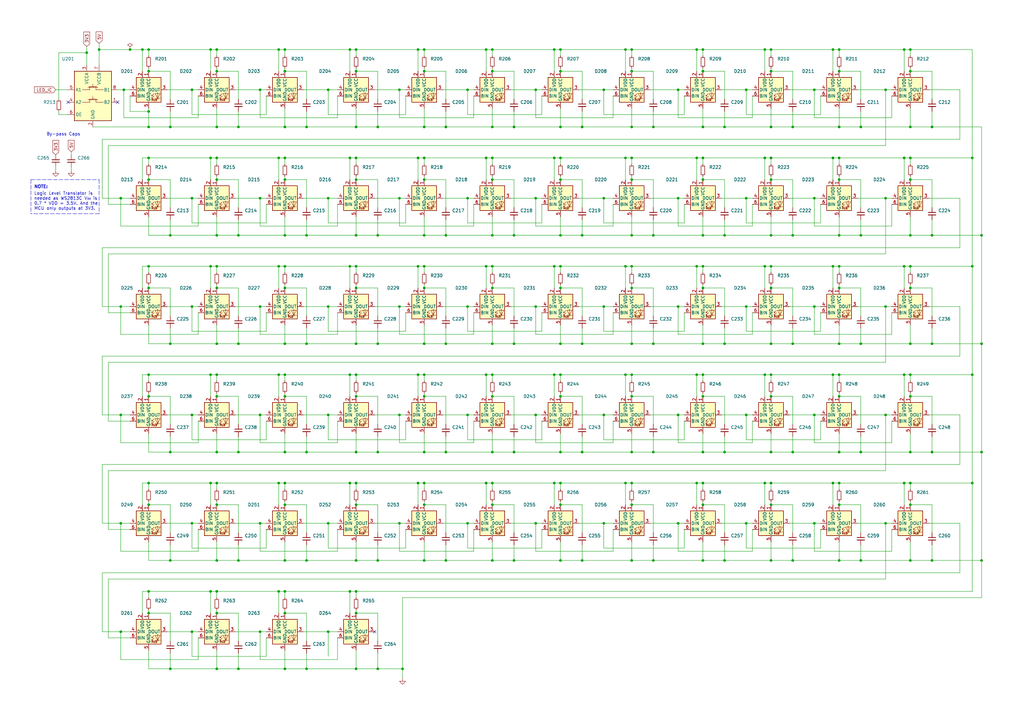
<source format=kicad_sch>
(kicad_sch (version 20211123) (generator eeschema)
  (paper "A3")
  (title_block (title "Smart Chessboard - Addressable RGB LEDs") (date "2022-10-17") (rev "A") (company "Butler Electronics") (comment 1 "Design by Joshua Butler, MD, MHI"))
  (junction (at 163.83 214.63))
  (junction (at 201.93 73.66))
  (junction (at 313.69 64.77))
  (junction (at 60.96 29.21))
  (junction (at 88.9 29.21))
  (junction (at 201.93 109.22))
  (junction (at 259.08 64.77))
  (junction (at 402.59 140.97))
  (junction (at 116.84 153.67))
  (junction (at 146.05 64.77))
  (junction (at 316.23 229.87))
  (junction (at 382.27 229.87))
  (junction (at 173.99 20.32))
  (junction (at 210.82 185.42))
  (junction (at 229.87 140.97))
  (junction (at 256.54 109.22))
  (junction (at 191.77 170.18))
  (junction (at 146.05 207.01))
  (junction (at 143.51 64.77))
  (junction (at 219.71 125.73))
  (junction (at 199.39 64.77))
  (junction (at 373.38 207.01))
  (junction (at 49.53 81.28))
  (junction (at 288.29 73.66))
  (junction (at 344.17 153.67))
  (junction (at 146.05 118.11))
  (junction (at 134.62 125.73))
  (junction (at 316.23 96.52))
  (junction (at 114.3 198.12))
  (junction (at 191.77 36.83))
  (junction (at 173.99 64.77))
  (junction (at 50.8 36.83))
  (junction (at 78.74 259.08))
  (junction (at 182.88 140.97))
  (junction (at 370.84 20.32))
  (junction (at 316.23 162.56))
  (junction (at 171.45 64.77))
  (junction (at 201.93 198.12))
  (junction (at 297.18 140.97))
  (junction (at 60.96 109.22))
  (junction (at 146.05 242.57))
  (junction (at 373.38 29.21))
  (junction (at 106.68 125.73))
  (junction (at 373.38 109.22))
  (junction (at 278.13 81.28))
  (junction (at 146.05 29.21))
  (junction (at 88.9 229.87))
  (junction (at 88.9 198.12))
  (junction (at 201.93 153.67))
  (junction (at 382.27 52.07))
  (junction (at 219.71 214.63))
  (junction (at 259.08 109.22))
  (junction (at 199.39 109.22))
  (junction (at 106.68 214.63))
  (junction (at 182.88 185.42))
  (junction (at 163.83 81.28))
  (junction (at 259.08 198.12))
  (junction (at 316.23 198.12))
  (junction (at 316.23 153.67))
  (junction (at 398.78 153.67))
  (junction (at 86.36 198.12))
  (junction (at 341.63 109.22))
  (junction (at 344.17 64.77))
  (junction (at 201.93 96.52))
  (junction (at 116.84 109.22))
  (junction (at 86.36 20.32))
  (junction (at 173.99 207.01))
  (junction (at 259.08 162.56))
  (junction (at 134.62 214.63))
  (junction (at 344.17 96.52))
  (junction (at 259.08 140.97))
  (junction (at 60.96 20.32))
  (junction (at 125.73 96.52))
  (junction (at 199.39 153.67))
  (junction (at 171.45 109.22))
  (junction (at 210.82 52.07))
  (junction (at 297.18 96.52))
  (junction (at 325.12 140.97))
  (junction (at 370.84 153.67))
  (junction (at 146.05 96.52))
  (junction (at 344.17 52.07))
  (junction (at 125.73 229.87))
  (junction (at 344.17 185.42))
  (junction (at 316.23 118.11))
  (junction (at 247.65 214.63))
  (junction (at 114.3 109.22))
  (junction (at 402.59 185.42))
  (junction (at 259.08 73.66))
  (junction (at 285.75 198.12))
  (junction (at 219.71 170.18))
  (junction (at 313.69 198.12))
  (junction (at 116.84 29.21))
  (junction (at 316.23 20.32))
  (junction (at 341.63 153.67))
  (junction (at 173.99 140.97))
  (junction (at 259.08 52.07))
  (junction (at 210.82 229.87))
  (junction (at 306.07 170.18))
  (junction (at 267.97 96.52))
  (junction (at 88.9 73.66))
  (junction (at 247.65 125.73))
  (junction (at 259.08 118.11))
  (junction (at 267.97 52.07))
  (junction (at 285.75 64.77))
  (junction (at 86.36 109.22))
  (junction (at 125.73 185.42))
  (junction (at 191.77 125.73))
  (junction (at 78.74 81.28))
  (junction (at 316.23 64.77))
  (junction (at 173.99 73.66))
  (junction (at 173.99 109.22))
  (junction (at 116.84 207.01))
  (junction (at 344.17 140.97))
  (junction (at 259.08 185.42))
  (junction (at 210.82 96.52))
  (junction (at 69.85 140.97))
  (junction (at 297.18 185.42))
  (junction (at 316.23 29.21))
  (junction (at 341.63 64.77))
  (junction (at 154.94 185.42))
  (junction (at 267.97 229.87))
  (junction (at 97.79 185.42))
  (junction (at 229.87 52.07))
  (junction (at 97.79 52.07))
  (junction (at 173.99 162.56))
  (junction (at 316.23 73.66))
  (junction (at 78.74 170.18))
  (junction (at 373.38 20.32))
  (junction (at 238.76 52.07))
  (junction (at 201.93 229.87))
  (junction (at 191.77 214.63))
  (junction (at 229.87 29.21))
  (junction (at 316.23 185.42))
  (junction (at 116.84 96.52))
  (junction (at 125.73 140.97))
  (junction (at 363.22 125.73))
  (junction (at 146.05 52.07))
  (junction (at 199.39 198.12))
  (junction (at 116.84 185.42))
  (junction (at 278.13 214.63))
  (junction (at 201.93 29.21))
  (junction (at 49.53 125.73))
  (junction (at 106.68 170.18))
  (junction (at 278.13 170.18))
  (junction (at 88.9 20.32))
  (junction (at 373.38 73.66))
  (junction (at 146.05 229.87))
  (junction (at 201.93 140.97))
  (junction (at 106.68 81.28))
  (junction (at 146.05 274.32))
  (junction (at 285.75 20.32))
  (junction (at 229.87 20.32))
  (junction (at 288.29 20.32))
  (junction (at 143.51 198.12))
  (junction (at 227.33 153.67))
  (junction (at 116.84 162.56))
  (junction (at 227.33 20.32))
  (junction (at 171.45 198.12))
  (junction (at 288.29 198.12))
  (junction (at 297.18 229.87))
  (junction (at 288.29 109.22))
  (junction (at 382.27 96.52))
  (junction (at 97.79 96.52))
  (junction (at 285.75 109.22))
  (junction (at 146.05 109.22))
  (junction (at 114.3 20.32))
  (junction (at 88.9 109.22))
  (junction (at 182.88 96.52))
  (junction (at 285.75 153.67))
  (junction (at 229.87 185.42))
  (junction (at 256.54 20.32))
  (junction (at 60.96 73.66))
  (junction (at 229.87 73.66))
  (junction (at 146.05 20.32))
  (junction (at 373.38 162.56))
  (junction (at 201.93 207.01))
  (junction (at 267.97 185.42))
  (junction (at 306.07 125.73))
  (junction (at 69.85 274.32))
  (junction (at 116.84 73.66))
  (junction (at 229.87 207.01))
  (junction (at 370.84 64.77))
  (junction (at 116.84 20.32))
  (junction (at 363.22 81.28))
  (junction (at 146.05 185.42))
  (junction (at 35.56 21.59))
  (junction (at 313.69 109.22))
  (junction (at 60.96 198.12))
  (junction (at 191.77 81.28))
  (junction (at 60.96 242.57))
  (junction (at 227.33 198.12))
  (junction (at 227.33 64.77))
  (junction (at 116.84 140.97))
  (junction (at 114.3 153.67))
  (junction (at 201.93 162.56))
  (junction (at 182.88 52.07))
  (junction (at 370.84 109.22))
  (junction (at 69.85 52.07))
  (junction (at 154.94 96.52))
  (junction (at 353.06 96.52))
  (junction (at 163.83 170.18))
  (junction (at 373.38 140.97))
  (junction (at 171.45 20.32))
  (junction (at 316.23 140.97))
  (junction (at 247.65 81.28))
  (junction (at 86.36 64.77))
  (junction (at 173.99 29.21))
  (junction (at 288.29 162.56))
  (junction (at 316.23 109.22))
  (junction (at 146.05 251.46))
  (junction (at 402.59 96.52))
  (junction (at 88.9 52.07))
  (junction (at 373.38 185.42))
  (junction (at 60.96 118.11))
  (junction (at 97.79 140.97))
  (junction (at 334.01 81.28))
  (junction (at 60.96 162.56))
  (junction (at 344.17 29.21))
  (junction (at 341.63 20.32))
  (junction (at 344.17 20.32))
  (junction (at 125.73 274.32))
  (junction (at 288.29 207.01))
  (junction (at 353.06 140.97))
  (junction (at 229.87 162.56))
  (junction (at 306.07 81.28))
  (junction (at 86.36 242.57))
  (junction (at 229.87 229.87))
  (junction (at 60.96 207.01))
  (junction (at 116.84 242.57))
  (junction (at 341.63 198.12))
  (junction (at 116.84 198.12))
  (junction (at 344.17 73.66))
  (junction (at 88.9 153.67))
  (junction (at 325.12 96.52))
  (junction (at 173.99 118.11))
  (junction (at 114.3 64.77))
  (junction (at 229.87 198.12))
  (junction (at 201.93 52.07))
  (junction (at 146.05 140.97))
  (junction (at 173.99 96.52))
  (junction (at 49.53 259.08))
  (junction (at 60.96 52.07))
  (junction (at 60.96 251.46))
  (junction (at 201.93 185.42))
  (junction (at 97.79 229.87))
  (junction (at 88.9 64.77))
  (junction (at 78.74 214.63))
  (junction (at 344.17 229.87))
  (junction (at 334.01 170.18))
  (junction (at 288.29 118.11))
  (junction (at 267.97 140.97))
  (junction (at 53.34 20.32))
  (junction (at 313.69 153.67))
  (junction (at 288.29 64.77))
  (junction (at 238.76 140.97))
  (junction (at 116.84 274.32))
  (junction (at 259.08 153.67))
  (junction (at 88.9 118.11))
  (junction (at 134.62 170.18))
  (junction (at 88.9 251.46))
  (junction (at 288.29 140.97))
  (junction (at 106.68 259.08))
  (junction (at 229.87 118.11))
  (junction (at 97.79 274.32))
  (junction (at 373.38 198.12))
  (junction (at 344.17 198.12))
  (junction (at 306.07 36.83))
  (junction (at 78.74 125.73))
  (junction (at 78.74 36.83))
  (junction (at 259.08 20.32))
  (junction (at 363.22 36.83))
  (junction (at 116.84 64.77))
  (junction (at 229.87 64.77))
  (junction (at 363.22 214.63))
  (junction (at 288.29 185.42))
  (junction (at 173.99 185.42))
  (junction (at 247.65 170.18))
  (junction (at 382.27 140.97))
  (junction (at 334.01 214.63))
  (junction (at 229.87 109.22))
  (junction (at 382.27 185.42))
  (junction (at 256.54 64.77))
  (junction (at 325.12 229.87))
  (junction (at 259.08 229.87))
  (junction (at 398.78 109.22))
  (junction (at 259.08 96.52))
  (junction (at 278.13 125.73))
  (junction (at 373.38 52.07))
  (junction (at 69.85 185.42))
  (junction (at 259.08 207.01))
  (junction (at 49.53 214.63))
  (junction (at 106.68 36.83))
  (junction (at 88.9 274.32))
  (junction (at 163.83 36.83))
  (junction (at 344.17 109.22))
  (junction (at 146.05 153.67))
  (junction (at 353.06 229.87))
  (junction (at 316.23 52.07))
  (junction (at 88.9 207.01))
  (junction (at 256.54 153.67))
  (junction (at 116.84 118.11))
  (junction (at 402.59 229.87))
  (junction (at 238.76 96.52))
  (junction (at 201.93 118.11))
  (junction (at 88.9 96.52))
  (junction (at 154.94 140.97))
  (junction (at 325.12 185.42))
  (junction (at 60.96 153.67))
  (junction (at 88.9 140.97))
  (junction (at 259.08 29.21))
  (junction (at 69.85 229.87))
  (junction (at 49.53 170.18))
  (junction (at 219.71 81.28))
  (junction (at 256.54 198.12))
  (junction (at 353.06 52.07))
  (junction (at 229.87 96.52))
  (junction (at 306.07 214.63))
  (junction (at 373.38 96.52))
  (junction (at 313.69 20.32))
  (junction (at 278.13 36.83))
  (junction (at 238.76 185.42))
  (junction (at 370.84 198.12))
  (junction (at 334.01 36.83))
  (junction (at 288.29 229.87))
  (junction (at 316.23 207.01))
  (junction (at 334.01 125.73))
  (junction (at 163.83 125.73))
  (junction (at 88.9 162.56))
  (junction (at 143.51 20.32))
  (junction (at 60.96 45.72))
  (junction (at 288.29 29.21))
  (junction (at 69.85 96.52))
  (junction (at 373.38 118.11))
  (junction (at 134.62 81.28))
  (junction (at 247.65 36.83))
  (junction (at 116.84 52.07))
  (junction (at 173.99 153.67))
  (junction (at 373.38 153.67))
  (junction (at 201.93 20.32))
  (junction (at 60.96 64.77))
  (junction (at 134.62 36.83))
  (junction (at 210.82 140.97))
  (junction (at 173.99 52.07))
  (junction (at 58.42 20.32))
  (junction (at 227.33 109.22))
  (junction (at 199.39 20.32))
  (junction (at 398.78 198.12))
  (junction (at 134.62 259.08))
  (junction (at 288.29 52.07))
  (junction (at 116.84 229.87))
  (junction (at 353.06 185.42))
  (junction (at 146.05 162.56))
  (junction (at 154.94 52.07))
  (junction (at 344.17 118.11))
  (junction (at 143.51 153.67))
  (junction (at 173.99 198.12))
  (junction (at 344.17 162.56))
  (junction (at 173.99 229.87))
  (junction (at 229.87 153.67))
  (junction (at 398.78 64.77))
  (junction (at 288.29 96.52))
  (junction (at 171.45 153.67))
  (junction (at 344.17 207.01))
  (junction (at 182.88 229.87))
  (junction (at 116.84 251.46))
  (junction (at 40.64 20.32))
  (junction (at 114.3 242.57))
  (junction (at 86.36 153.67))
  (junction (at 143.51 109.22))
  (junction (at 325.12 52.07))
  (junction (at 363.22 170.18))
  (junction (at 125.73 52.07))
  (junction (at 146.05 73.66))
  (junction (at 154.94 274.32))
  (junction (at 373.38 64.77))
  (junction (at 288.29 153.67))
  (junction (at 201.93 64.77))
  (junction (at 238.76 229.87))
  (junction (at 88.9 185.42))
  (junction (at 143.51 242.57))
  (junction (at 219.71 36.83))
  (junction (at 88.9 242.57))
  (junction (at 154.94 229.87))
  (junction (at 297.18 52.07))
  (junction (at 373.38 229.87))
  (junction (at 165.1 274.32))
  (junction (at 146.05 198.12))
  (no_connect (at 48.26 41.91))
  (no_connect (at 27.94 41.91))
  (no_connect (at 153.67 259.08))
  (wire (pts (xy 154.94 96.52) (xy 146.05 96.52)))
  (wire (pts (xy 88.9 242.57) (xy 114.3 242.57)))
  (wire (pts (xy 365.76 83.82) (xy 365.76 92.71)))
  (wire (pts (xy 210.82 73.66) (xy 201.93 73.66)))
  (wire (pts (xy 259.08 27.94) (xy 259.08 29.21)))
  (wire (pts (xy 60.96 266.7) (xy 60.96 274.32)))
  (wire (pts (xy 116.84 198.12) (xy 114.3 198.12)))
  (wire (pts (xy 229.87 64.77) (xy 256.54 64.77)))
  (wire (pts (xy 86.36 198.12) (xy 86.36 207.01)))
  (wire (pts (xy 88.9 229.87) (xy 88.9 222.25)))
  (wire (pts (xy 238.76 185.42) (xy 259.08 185.42)))
  (wire (pts (xy 60.96 20.32) (xy 60.96 22.86)))
  (wire (pts (xy 402.59 185.42) (xy 402.59 229.87)))
  (wire (pts (xy 373.38 20.32) (xy 370.84 20.32)))
  (wire (pts (xy 306.07 224.79) (xy 306.07 214.63)))
  (wire (pts (xy 267.97 96.52) (xy 288.29 96.52)))
  (wire (pts (xy 210.82 207.01) (xy 201.93 207.01)))
  (wire (pts (xy 166.37 172.72) (xy 166.37 180.34)))
  (wire (pts (xy 344.17 20.32) (xy 370.84 20.32)))
  (wire (pts (xy 124.46 36.83) (xy 134.62 36.83)))
  (wire (pts (xy 68.58 214.63) (xy 78.74 214.63)))
  (wire (pts (xy 288.29 20.32) (xy 285.75 20.32)))
  (wire (pts (xy 60.96 250.19) (xy 60.96 251.46)))
  (wire (pts (xy 41.91 170.18) (xy 49.53 170.18)))
  (wire (pts (xy 259.08 161.29) (xy 259.08 162.56)))
  (wire (pts (xy 125.73 134.62) (xy 125.73 140.97)))
  (wire (pts (xy 201.93 109.22) (xy 199.39 109.22)))
  (wire (pts (xy 267.97 207.01) (xy 259.08 207.01)))
  (wire (pts (xy 297.18 73.66) (xy 288.29 73.66)))
  (wire (pts (xy 373.38 109.22) (xy 398.78 109.22)))
  (wire (pts (xy 116.84 96.52) (xy 116.84 88.9)))
  (wire (pts (xy 173.99 64.77) (xy 171.45 64.77)))
  (wire (pts (xy 251.46 128.27) (xy 251.46 137.16)))
  (wire (pts (xy 88.9 200.66) (xy 88.9 198.12)))
  (wire (pts (xy 50.8 36.83) (xy 50.8 48.26)))
  (wire (pts (xy 210.82 185.42) (xy 201.93 185.42)))
  (wire (pts (xy 86.36 242.57) (xy 86.36 251.46)))
  (wire (pts (xy 316.23 64.77) (xy 313.69 64.77)))
  (wire (pts (xy 97.79 229.87) (xy 116.84 229.87)))
  (wire (pts (xy 325.12 90.17) (xy 325.12 96.52)))
  (wire (pts (xy 247.65 135.89) (xy 247.65 125.73)))
  (wire (pts (xy 288.29 161.29) (xy 288.29 162.56)))
  (wire (pts (xy 373.38 198.12) (xy 370.84 198.12)))
  (wire (pts (xy 288.29 229.87) (xy 297.18 229.87)))
  (wire (pts (xy 171.45 64.77) (xy 171.45 73.66)))
  (wire (pts (xy 336.55 135.89) (xy 306.07 135.89)))
  (wire (pts (xy 351.79 36.83) (xy 363.22 36.83)))
  (wire (pts (xy 238.76 45.72) (xy 238.76 52.07)))
  (wire (pts (xy 325.12 223.52) (xy 325.12 229.87)))
  (wire (pts (xy 297.18 207.01) (xy 288.29 207.01)))
  (wire (pts (xy 259.08 64.77) (xy 256.54 64.77)))
  (wire (pts (xy 288.29 52.07) (xy 288.29 44.45)))
  (wire (pts (xy 266.7 36.83) (xy 278.13 36.83)))
  (wire (pts (xy 146.05 20.32) (xy 171.45 20.32)))
  (wire (pts (xy 41.91 101.6) (xy 41.91 125.73)))
  (wire (pts (xy 295.91 170.18) (xy 306.07 170.18)))
  (wire (pts (xy 373.38 185.42) (xy 373.38 177.8)))
  (wire (pts (xy 210.82 229.87) (xy 229.87 229.87)))
  (wire (pts (xy 316.23 72.39) (xy 316.23 73.66)))
  (polyline (pts (xy 12.7 73.66) (xy 12.7 87.63)))
  (wire (pts (xy 134.62 259.08) (xy 138.43 259.08)))
  (wire (pts (xy 259.08 153.67) (xy 256.54 153.67)))
  (wire (pts (xy 251.46 48.26) (xy 219.71 48.26)))
  (wire (pts (xy 143.51 20.32) (xy 143.51 29.21)))
  (wire (pts (xy 97.79 262.89) (xy 97.79 251.46)))
  (wire (pts (xy 116.84 109.22) (xy 114.3 109.22)))
  (wire (pts (xy 398.78 64.77) (xy 398.78 109.22)))
  (wire (pts (xy 146.05 96.52) (xy 146.05 88.9)))
  (wire (pts (xy 402.59 52.07) (xy 402.59 96.52)))
  (wire (pts (xy 86.36 64.77) (xy 86.36 73.66)))
  (wire (pts (xy 81.28 172.72) (xy 81.28 181.61)))
  (wire (pts (xy 306.07 36.83) (xy 308.61 36.83)))
  (wire (pts (xy 306.07 214.63) (xy 308.61 214.63)))
  (wire (pts (xy 116.84 111.76) (xy 116.84 109.22)))
  (wire (pts (xy 109.22 180.34) (xy 109.22 172.72)))
  (wire (pts (xy 201.93 64.77) (xy 199.39 64.77)))
  (wire (pts (xy 201.93 153.67) (xy 199.39 153.67)))
  (wire (pts (xy 210.82 179.07) (xy 210.82 185.42)))
  (wire (pts (xy 280.67 91.44) (xy 247.65 91.44)))
  (wire (pts (xy 60.96 27.94) (xy 60.96 29.21)))
  (wire (pts (xy 146.05 140.97) (xy 146.05 133.35)))
  (wire (pts (xy 373.38 20.32) (xy 398.78 20.32)))
  (wire (pts (xy 237.49 36.83) (xy 247.65 36.83)))
  (wire (pts (xy 27.94 46.99) (xy 24.13 46.99)))
  (wire (pts (xy 363.22 36.83) (xy 363.22 59.69)))
  (wire (pts (xy 96.52 125.73) (xy 106.68 125.73)))
  (wire (pts (xy 316.23 116.84) (xy 316.23 118.11)))
  (wire (pts (xy 199.39 153.67) (xy 199.39 162.56)))
  (wire (pts (xy 201.93 153.67) (xy 227.33 153.67)))
  (wire (pts (xy 288.29 67.31) (xy 288.29 64.77)))
  (wire (pts (xy 173.99 185.42) (xy 173.99 177.8)))
  (wire (pts (xy 78.74 125.73) (xy 78.74 135.89)))
  (wire (pts (xy 125.73 140.97) (xy 146.05 140.97)))
  (wire (pts (xy 88.9 20.32) (xy 86.36 20.32)))
  (wire (pts (xy 182.88 140.97) (xy 201.93 140.97)))
  (wire (pts (xy 173.99 64.77) (xy 199.39 64.77)))
  (wire (pts (xy 182.88 162.56) (xy 173.99 162.56)))
  (wire (pts (xy 173.99 153.67) (xy 199.39 153.67)))
  (wire (pts (xy 134.62 91.44) (xy 134.62 81.28)))
  (wire (pts (xy 353.06 96.52) (xy 344.17 96.52)))
  (wire (pts (xy 146.05 242.57) (xy 143.51 242.57)))
  (wire (pts (xy 138.43 261.62) (xy 138.43 270.51)))
  (wire (pts (xy 238.76 179.07) (xy 238.76 185.42)))
  (wire (pts (xy 325.12 140.97) (xy 344.17 140.97)))
  (wire (pts (xy 393.7 234.95) (xy 41.91 234.95)))
  (wire (pts (xy 363.22 193.04) (xy 44.45 193.04)))
  (wire (pts (xy 344.17 153.67) (xy 370.84 153.67)))
  (wire (pts (xy 382.27 223.52) (xy 382.27 229.87)))
  (wire (pts (xy 88.9 245.11) (xy 88.9 242.57)))
  (wire (pts (xy 325.12 185.42) (xy 344.17 185.42)))
  (wire (pts (xy 97.79 162.56) (xy 88.9 162.56)))
  (wire (pts (xy 393.7 214.63) (xy 393.7 234.95)))
  (wire (pts (xy 382.27 173.99) (xy 382.27 162.56)))
  (wire (pts (xy 297.18 162.56) (xy 288.29 162.56)))
  (wire (pts (xy 201.93 140.97) (xy 201.93 133.35)))
  (wire (pts (xy 353.06 223.52) (xy 353.06 229.87)))
  (wire (pts (xy 182.88 118.11) (xy 173.99 118.11)))
  (wire (pts (xy 353.06 73.66) (xy 344.17 73.66)))
  (wire (pts (xy 325.12 85.09) (xy 325.12 73.66)))
  (wire (pts (xy 237.49 81.28) (xy 247.65 81.28)))
  (wire (pts (xy 251.46 137.16) (xy 219.71 137.16)))
  (wire (pts (xy 58.42 64.77) (xy 60.96 64.77)))
  (wire (pts (xy 382.27 185.42) (xy 402.59 185.42)))
  (wire (pts (xy 69.85 118.11) (xy 60.96 118.11)))
  (wire (pts (xy 247.65 125.73) (xy 251.46 125.73)))
  (wire (pts (xy 40.64 20.32) (xy 53.34 20.32)))
  (wire (pts (xy 201.93 67.31) (xy 201.93 64.77)))
  (wire (pts (xy 96.52 36.83) (xy 106.68 36.83)))
  (wire (pts (xy 138.43 270.51) (xy 106.68 270.51)))
  (wire (pts (xy 306.07 91.44) (xy 306.07 81.28)))
  (wire (pts (xy 173.99 109.22) (xy 199.39 109.22)))
  (wire (pts (xy 210.82 223.52) (xy 210.82 229.87)))
  (wire (pts (xy 125.73 274.32) (xy 146.05 274.32)))
  (wire (pts (xy 49.53 81.28) (xy 53.34 81.28)))
  (wire (pts (xy 166.37 224.79) (xy 134.62 224.79)))
  (wire (pts (xy 88.9 153.67) (xy 86.36 153.67)))
  (wire (pts (xy 393.7 36.83) (xy 393.7 57.15)))
  (wire (pts (xy 222.25 46.99) (xy 222.25 39.37)))
  (wire (pts (xy 382.27 134.62) (xy 382.27 140.97)))
  (wire (pts (xy 316.23 198.12) (xy 341.63 198.12)))
  (wire (pts (xy 344.17 96.52) (xy 344.17 88.9)))
  (wire (pts (xy 69.85 140.97) (xy 88.9 140.97)))
  (wire (pts (xy 267.97 52.07) (xy 288.29 52.07)))
  (wire (pts (xy 278.13 170.18) (xy 280.67 170.18)))
  (wire (pts (xy 373.38 140.97) (xy 373.38 133.35)))
  (wire (pts (xy 78.74 36.83) (xy 81.28 36.83)))
  (wire (pts (xy 288.29 185.42) (xy 288.29 177.8)))
  (wire (pts (xy 146.05 52.07) (xy 146.05 44.45)))
  (wire (pts (xy 163.83 125.73) (xy 166.37 125.73)))
  (wire (pts (xy 194.31 48.26) (xy 163.83 48.26)))
  (wire (pts (xy 353.06 45.72) (xy 353.06 52.07)))
  (wire (pts (xy 125.73 96.52) (xy 116.84 96.52)))
  (wire (pts (xy 146.05 64.77) (xy 143.51 64.77)))
  (wire (pts (xy 238.76 96.52) (xy 229.87 96.52)))
  (wire (pts (xy 182.88 185.42) (xy 173.99 185.42)))
  (wire (pts (xy 134.62 125.73) (xy 138.43 125.73)))
  (wire (pts (xy 88.9 161.29) (xy 88.9 162.56)))
  (wire (pts (xy 402.59 229.87) (xy 402.59 245.11)))
  (wire (pts (xy 306.07 125.73) (xy 308.61 125.73)))
  (wire (pts (xy 251.46 39.37) (xy 251.46 48.26)))
  (wire (pts (xy 53.34 20.32) (xy 58.42 20.32)))
  (wire (pts (xy 288.29 72.39) (xy 288.29 73.66)))
  (wire (pts (xy 393.7 146.05) (xy 41.91 146.05)))
  (wire (pts (xy 344.17 64.77) (xy 341.63 64.77)))
  (wire (pts (xy 138.43 39.37) (xy 138.43 48.26)))
  (wire (pts (xy 373.38 52.07) (xy 373.38 44.45)))
  (wire (pts (xy 336.55 91.44) (xy 306.07 91.44)))
  (wire (pts (xy 146.05 198.12) (xy 171.45 198.12)))
  (wire (pts (xy 353.06 162.56) (xy 344.17 162.56)))
  (wire (pts (xy 210.82 140.97) (xy 229.87 140.97)))
  (wire (pts (xy 334.01 81.28) (xy 336.55 81.28)))
  (wire (pts (xy 60.96 45.72) (xy 60.96 52.07)))
  (wire (pts (xy 97.79 129.54) (xy 97.79 118.11)))
  (wire (pts (xy 341.63 198.12) (xy 341.63 207.01)))
  (wire (pts (xy 125.73 218.44) (xy 125.73 207.01)))
  (wire (pts (xy 97.79 185.42) (xy 116.84 185.42)))
  (wire (pts (xy 97.79 118.11) (xy 88.9 118.11)))
  (wire (pts (xy 154.94 274.32) (xy 146.05 274.32)))
  (wire (pts (xy 238.76 218.44) (xy 238.76 207.01)))
  (wire (pts (xy 69.85 267.97) (xy 69.85 274.32)))
  (wire (pts (xy 373.38 111.76) (xy 373.38 109.22)))
  (wire (pts (xy 222.25 91.44) (xy 191.77 91.44)))
  (wire (pts (xy 363.22 148.59) (xy 44.45 148.59)))
  (wire (pts (xy 278.13 125.73) (xy 278.13 137.16)))
  (wire (pts (xy 316.23 198.12) (xy 313.69 198.12)))
  (wire (pts (xy 116.84 274.32) (xy 116.84 266.7)))
  (wire (pts (xy 251.46 83.82) (xy 251.46 92.71)))
  (wire (pts (xy 353.06 173.99) (xy 353.06 162.56)))
  (wire (pts (xy 146.05 109.22) (xy 143.51 109.22)))
  (wire (pts (xy 344.17 109.22) (xy 370.84 109.22)))
  (wire (pts (xy 259.08 109.22) (xy 285.75 109.22)))
  (wire (pts (xy 125.73 207.01) (xy 116.84 207.01)))
  (wire (pts (xy 97.79 96.52) (xy 116.84 96.52)))
  (wire (pts (xy 325.12 52.07) (xy 316.23 52.07)))
  (wire (pts (xy 210.82 52.07) (xy 229.87 52.07)))
  (wire (pts (xy 69.85 73.66) (xy 60.96 73.66)))
  (wire (pts (xy 382.27 29.21) (xy 373.38 29.21)))
  (wire (pts (xy 341.63 153.67) (xy 341.63 162.56)))
  (wire (pts (xy 238.76 229.87) (xy 229.87 229.87)))
  (wire (pts (xy 266.7 170.18) (xy 278.13 170.18)))
  (wire (pts (xy 44.45 104.14) (xy 44.45 128.27)))
  (wire (pts (xy 382.27 52.07) (xy 373.38 52.07)))
  (wire (pts (xy 259.08 22.86) (xy 259.08 20.32)))
  (wire (pts (xy 41.91 146.05) (xy 41.91 170.18)))
  (wire (pts (xy 173.99 20.32) (xy 171.45 20.32)))
  (wire (pts (xy 88.9 72.39) (xy 88.9 73.66)))
  (wire (pts (xy 219.71 125.73) (xy 219.71 137.16)))
  (wire (pts (xy 227.33 153.67) (xy 227.33 162.56)))
  (wire (pts (xy 288.29 109.22) (xy 313.69 109.22)))
  (wire (pts (xy 146.05 22.86) (xy 146.05 20.32)))
  (wire (pts (xy 114.3 20.32) (xy 114.3 29.21)))
  (wire (pts (xy 222.25 180.34) (xy 222.25 172.72)))
  (wire (pts (xy 106.68 36.83) (xy 109.22 36.83)))
  (wire (pts (xy 336.55 180.34) (xy 336.55 172.72)))
  (wire (pts (xy 181.61 214.63) (xy 191.77 214.63)))
  (wire (pts (xy 96.52 259.08) (xy 106.68 259.08)))
  (wire (pts (xy 341.63 64.77) (xy 341.63 73.66)))
  (wire (pts (xy 306.07 46.99) (xy 306.07 36.83)))
  (wire (pts (xy 238.76 223.52) (xy 238.76 229.87)))
  (wire (pts (xy 297.18 229.87) (xy 316.23 229.87)))
  (wire (pts (xy 229.87 229.87) (xy 229.87 222.25)))
  (wire (pts (xy 227.33 20.32) (xy 227.33 29.21)))
  (wire (pts (xy 229.87 109.22) (xy 256.54 109.22)))
  (wire (pts (xy 106.68 214.63) (xy 106.68 226.06)))
  (wire (pts (xy 363.22 125.73) (xy 365.76 125.73)))
  (wire (pts (xy 78.74 214.63) (xy 81.28 214.63)))
  (wire (pts (xy 191.77 180.34) (xy 191.77 170.18)))
  (wire (pts (xy 363.22 170.18) (xy 363.22 193.04)))
  (wire (pts (xy 398.78 153.67) (xy 398.78 198.12)))
  (wire (pts (xy 69.85 173.99) (xy 69.85 162.56)))
  (wire (pts (xy 163.83 36.83) (xy 163.83 48.26)))
  (wire (pts (xy 238.76 162.56) (xy 229.87 162.56)))
  (wire (pts (xy 181.61 170.18) (xy 191.77 170.18)))
  (wire (pts (xy 227.33 109.22) (xy 227.33 118.11)))
  (wire (pts (xy 373.38 156.21) (xy 373.38 153.67)))
  (wire (pts (xy 278.13 81.28) (xy 278.13 92.71)))
  (wire (pts (xy 229.87 198.12) (xy 227.33 198.12)))
  (wire (pts (xy 58.42 153.67) (xy 60.96 153.67)))
  (wire (pts (xy 280.67 217.17) (xy 280.67 224.79)))
  (wire (pts (xy 49.53 259.08) (xy 53.34 259.08)))
  (wire (pts (xy 334.01 81.28) (xy 334.01 92.71)))
  (wire (pts (xy 316.23 64.77) (xy 341.63 64.77)))
  (wire (pts (xy 41.91 125.73) (xy 49.53 125.73)))
  (wire (pts (xy 325.12 229.87) (xy 316.23 229.87)))
  (wire (pts (xy 171.45 153.67) (xy 171.45 162.56)))
  (wire (pts (xy 49.53 137.16) (xy 49.53 125.73)))
  (wire (pts (xy 97.79 179.07) (xy 97.79 185.42)))
  (wire (pts (xy 154.94 262.89) (xy 154.94 251.46)))
  (wire (pts (xy 194.31 83.82) (xy 194.31 92.71)))
  (wire (pts (xy 308.61 83.82) (xy 308.61 92.71)))
  (wire (pts (xy 146.05 72.39) (xy 146.05 73.66)))
  (wire (pts (xy 88.9 64.77) (xy 86.36 64.77)))
  (wire (pts (xy 146.05 161.29) (xy 146.05 162.56)))
  (wire (pts (xy 97.79 40.64) (xy 97.79 29.21)))
  (wire (pts (xy 308.61 128.27) (xy 308.61 137.16)))
  (wire (pts (xy 165.1 274.32) (xy 165.1 278.13)))
  (wire (pts (xy 69.85 85.09) (xy 69.85 73.66)))
  (wire (pts (xy 182.88 129.54) (xy 182.88 118.11)))
  (wire (pts (xy 173.99 72.39) (xy 173.99 73.66)))
  (wire (pts (xy 267.97 179.07) (xy 267.97 185.42)))
  (wire (pts (xy 116.84 185.42) (xy 116.84 177.8)))
  (wire (pts (xy 58.42 198.12) (xy 58.42 207.01)))
  (wire (pts (xy 325.12 162.56) (xy 316.23 162.56)))
  (wire (pts (xy 259.08 109.22) (xy 256.54 109.22)))
  (wire (pts (xy 237.49 214.63) (xy 247.65 214.63)))
  (wire (pts (xy 325.12 29.21) (xy 316.23 29.21)))
  (wire (pts (xy 125.73 90.17) (xy 125.73 96.52)))
  (wire (pts (xy 97.79 96.52) (xy 88.9 96.52)))
  (wire (pts (xy 259.08 72.39) (xy 259.08 73.66)))
  (wire (pts (xy 154.94 218.44) (xy 154.94 207.01)))
  (wire (pts (xy 238.76 85.09) (xy 238.76 73.66)))
  (wire (pts (xy 373.38 64.77) (xy 398.78 64.77)))
  (wire (pts (xy 49.53 214.63) (xy 53.34 214.63)))
  (wire (pts (xy 29.21 62.23) (xy 29.21 63.5)))
  (wire (pts (xy 146.05 250.19) (xy 146.05 251.46)))
  (wire (pts (xy 297.18 140.97) (xy 316.23 140.97)))
  (wire (pts (xy 373.38 27.94) (xy 373.38 29.21)))
  (wire (pts (xy 295.91 125.73) (xy 306.07 125.73)))
  (wire (pts (xy 288.29 109.22) (xy 285.75 109.22)))
  (wire (pts (xy 153.67 125.73) (xy 163.83 125.73)))
  (wire (pts (xy 288.29 116.84) (xy 288.29 118.11)))
  (wire (pts (xy 40.64 17.78) (xy 40.64 20.32)))
  (wire (pts (xy 382.27 85.09) (xy 382.27 73.66)))
  (wire (pts (xy 334.01 170.18) (xy 334.01 181.61)))
  (wire (pts (xy 134.62 36.83) (xy 138.43 36.83)))
  (wire (pts (xy 78.74 170.18) (xy 78.74 180.34)))
  (wire (pts (xy 173.99 153.67) (xy 171.45 153.67)))
  (wire (pts (xy 69.85 29.21) (xy 60.96 29.21)))
  (wire (pts (xy 97.79 29.21) (xy 88.9 29.21)))
  (wire (pts (xy 181.61 125.73) (xy 191.77 125.73)))
  (wire (pts (xy 267.97 229.87) (xy 259.08 229.87)))
  (wire (pts (xy 382.27 52.07) (xy 402.59 52.07)))
  (wire (pts (xy 363.22 214.63) (xy 365.76 214.63)))
  (wire (pts (xy 173.99 198.12) (xy 199.39 198.12)))
  (wire (pts (xy 210.82 90.17) (xy 210.82 96.52)))
  (wire (pts (xy 78.74 81.28) (xy 78.74 91.44)))
  (wire (pts (xy 116.84 116.84) (xy 116.84 118.11)))
  (wire (pts (xy 138.43 128.27) (xy 138.43 137.16)))
  (wire (pts (xy 353.06 52.07) (xy 344.17 52.07)))
  (wire (pts (xy 363.22 81.28) (xy 363.22 104.14)))
  (wire (pts (xy 88.9 198.12) (xy 114.3 198.12)))
  (wire (pts (xy 154.94 90.17) (xy 154.94 96.52)))
  (wire (pts (xy 44.45 148.59) (xy 44.45 172.72)))
  (wire (pts (xy 344.17 64.77) (xy 370.84 64.77)))
  (wire (pts (xy 316.23 22.86) (xy 316.23 20.32)))
  (wire (pts (xy 60.96 72.39) (xy 60.96 73.66)))
  (wire (pts (xy 81.28 270.51) (xy 49.53 270.51)))
  (wire (pts (xy 154.94 162.56) (xy 146.05 162.56)))
  (wire (pts (xy 60.96 52.07) (xy 69.85 52.07)))
  (wire (pts (xy 44.45 217.17) (xy 53.34 217.17)))
  (wire (pts (xy 69.85 262.89) (xy 69.85 251.46)))
  (wire (pts (xy 78.74 224.79) (xy 109.22 224.79)))
  (wire (pts (xy 297.18 45.72) (xy 297.18 52.07)))
  (wire (pts (xy 22.86 69.85) (xy 22.86 68.58)))
  (wire (pts (xy 58.42 109.22) (xy 58.42 118.11)))
  (wire (pts (xy 96.52 170.18) (xy 106.68 170.18)))
  (wire (pts (xy 285.75 20.32) (xy 285.75 29.21)))
  (wire (pts (xy 60.96 198.12) (xy 60.96 200.66)))
  (wire (pts (xy 288.29 185.42) (xy 297.18 185.42)))
  (wire (pts (xy 154.94 179.07) (xy 154.94 185.42)))
  (wire (pts (xy 210.82 134.62) (xy 210.82 140.97)))
  (wire (pts (xy 173.99 96.52) (xy 173.99 88.9)))
  (wire (pts (xy 60.96 222.25) (xy 60.96 229.87)))
  (wire (pts (xy 297.18 52.07) (xy 316.23 52.07)))
  (wire (pts (xy 323.85 36.83) (xy 334.01 36.83)))
  (wire (pts (xy 353.06 52.07) (xy 373.38 52.07)))
  (wire (pts (xy 97.79 267.97) (xy 97.79 274.32)))
  (wire (pts (xy 256.54 20.32) (xy 256.54 29.21)))
  (wire (pts (xy 382.27 73.66) (xy 373.38 73.66)))
  (wire (pts (xy 182.88 207.01) (xy 173.99 207.01)))
  (wire (pts (xy 143.51 64.77) (xy 143.51 73.66)))
  (wire (pts (xy 97.79 73.66) (xy 88.9 73.66)))
  (wire (pts (xy 78.74 180.34) (xy 109.22 180.34)))
  (wire (pts (xy 373.38 161.29) (xy 373.38 162.56)))
  (wire (pts (xy 191.77 135.89) (xy 191.77 125.73)))
  (wire (pts (xy 106.68 170.18) (xy 109.22 170.18)))
  (wire (pts (xy 316.23 27.94) (xy 316.23 29.21)))
  (wire (pts (xy 88.9 27.94) (xy 88.9 29.21)))
  (wire (pts (xy 69.85 96.52) (xy 88.9 96.52)))
  (wire (pts (xy 370.84 153.67) (xy 370.84 162.56)))
  (wire (pts (xy 313.69 109.22) (xy 313.69 118.11)))
  (wire (pts (xy 109.22 46.99) (xy 109.22 39.37)))
  (wire (pts (xy 373.38 153.67) (xy 398.78 153.67)))
  (wire (pts (xy 191.77 91.44) (xy 191.77 81.28)))
  (wire (pts (xy 201.93 205.74) (xy 201.93 207.01)))
  (wire (pts (xy 58.42 242.57) (xy 60.96 242.57)))
  (wire (pts (xy 88.9 274.32) (xy 88.9 266.7)))
  (wire (pts (xy 154.94 134.62) (xy 154.94 140.97)))
  (wire (pts (xy 49.53 125.73) (xy 53.34 125.73)))
  (wire (pts (xy 251.46 226.06) (xy 219.71 226.06)))
  (wire (pts (xy 58.42 20.32) (xy 58.42 29.21)))
  (wire (pts (xy 69.85 223.52) (xy 69.85 229.87)))
  (wire (pts (xy 393.7 125.73) (xy 393.7 146.05)))
  (wire (pts (xy 210.82 218.44) (xy 210.82 207.01)))
  (wire (pts (xy 49.53 181.61) (xy 49.53 170.18)))
  (wire (pts (xy 78.74 259.08) (xy 78.74 269.24)))
  (wire (pts (xy 182.88 218.44) (xy 182.88 207.01)))
  (wire (pts (xy 267.97 40.64) (xy 267.97 29.21)))
  (wire (pts (xy 201.93 22.86) (xy 201.93 20.32)))
  (wire (pts (xy 288.29 22.86) (xy 288.29 20.32)))
  (wire (pts (xy 96.52 214.63) (xy 106.68 214.63)))
  (wire (pts (xy 68.58 259.08) (xy 78.74 259.08)))
  (wire (pts (xy 60.96 109.22) (xy 60.96 111.76)))
  (wire (pts (xy 116.84 161.29) (xy 116.84 162.56)))
  (wire (pts (xy 393.7 190.5) (xy 41.91 190.5)))
  (wire (pts (xy 201.93 116.84) (xy 201.93 118.11)))
  (wire (pts (xy 251.46 217.17) (xy 251.46 226.06)))
  (wire (pts (xy 373.38 229.87) (xy 373.38 222.25)))
  (wire (pts (xy 182.88 140.97) (xy 173.99 140.97)))
  (wire (pts (xy 116.84 200.66) (xy 116.84 198.12)))
  (wire (pts (xy 222.25 46.99) (xy 191.77 46.99)))
  (wire (pts (xy 163.83 170.18) (xy 166.37 170.18)))
  (wire (pts (xy 344.17 161.29) (xy 344.17 162.56)))
  (wire (pts (xy 125.73 274.32) (xy 116.84 274.32)))
  (wire (pts (xy 78.74 91.44) (xy 109.22 91.44)))
  (wire (pts (xy 308.61 181.61) (xy 278.13 181.61)))
  (wire (pts (xy 373.38 198.12) (xy 398.78 198.12)))
  (wire (pts (xy 60.96 229.87) (xy 69.85 229.87)))
  (wire (pts (xy 88.9 96.52) (xy 88.9 88.9)))
  (wire (pts (xy 238.76 52.07) (xy 229.87 52.07)))
  (wire (pts (xy 373.38 72.39) (xy 373.38 73.66)))
  (wire (pts (xy 382.27 45.72) (xy 382.27 52.07)))
  (wire (pts (xy 267.97 185.42) (xy 259.08 185.42)))
  (wire (pts (xy 297.18 173.99) (xy 297.18 162.56)))
  (wire (pts (xy 325.12 229.87) (xy 344.17 229.87)))
  (wire (pts (xy 106.68 259.08) (xy 109.22 259.08)))
  (wire (pts (xy 81.28 261.62) (xy 81.28 270.51)))
  (wire (pts (xy 267.97 129.54) (xy 267.97 118.11)))
  (wire (pts (xy 316.23 140.97) (xy 316.23 133.35)))
  (wire (pts (xy 238.76 90.17) (xy 238.76 96.52)))
  (wire (pts (xy 143.51 153.67) (xy 143.51 162.56)))
  (wire (pts (xy 166.37 128.27) (xy 166.37 135.89)))
  (wire (pts (xy 238.76 73.66) (xy 229.87 73.66)))
  (wire (pts (xy 58.42 153.67) (xy 58.42 162.56)))
  (wire (pts (xy 97.79 185.42) (xy 88.9 185.42)))
  (wire (pts (xy 210.82 52.07) (xy 201.93 52.07)))
  (wire (pts (xy 88.9 52.07) (xy 88.9 44.45)))
  (wire (pts (xy 259.08 140.97) (xy 259.08 133.35)))
  (wire (pts (xy 288.29 205.74) (xy 288.29 207.01)))
  (wire (pts (xy 297.18 118.11) (xy 288.29 118.11)))
  (wire (pts (xy 60.96 153.67) (xy 86.36 153.67)))
  (wire (pts (xy 182.88 40.64) (xy 182.88 29.21)))
  (wire (pts (xy 109.22 91.44) (xy 109.22 83.82)))
  (wire (pts (xy 163.83 125.73) (xy 163.83 137.16)))
  (wire (pts (xy 88.9 153.67) (xy 114.3 153.67)))
  (wire (pts (xy 153.67 214.63) (xy 163.83 214.63)))
  (wire (pts (xy 259.08 156.21) (xy 259.08 153.67)))
  (wire (pts (xy 267.97 134.62) (xy 267.97 140.97)))
  (wire (pts (xy 344.17 116.84) (xy 344.17 118.11)))
  (wire (pts (xy 363.22 36.83) (xy 365.76 36.83)))
  (wire (pts (xy 191.77 81.28) (xy 194.31 81.28)))
  (wire (pts (xy 247.65 91.44) (xy 247.65 81.28)))
  (wire (pts (xy 398.78 242.57) (xy 146.05 242.57)))
  (wire (pts (xy 209.55 170.18) (xy 219.71 170.18)))
  (wire (pts (xy 182.88 173.99) (xy 182.88 162.56)))
  (wire (pts (xy 191.77 224.79) (xy 191.77 214.63)))
  (wire (pts (xy 116.84 140.97) (xy 116.84 133.35)))
  (wire (pts (xy 288.29 20.32) (xy 313.69 20.32)))
  (wire (pts (xy 194.31 172.72) (xy 194.31 181.61)))
  (wire (pts (xy 173.99 67.31) (xy 173.99 64.77)))
  (wire (pts (xy 323.85 170.18) (xy 334.01 170.18)))
  (wire (pts (xy 50.8 36.83) (xy 53.34 36.83)))
  (wire (pts (xy 313.69 20.32) (xy 313.69 29.21)))
  (wire (pts (xy 344.17 153.67) (xy 341.63 153.67)))
  (wire (pts (xy 114.3 198.12) (xy 114.3 207.01)))
  (wire (pts (xy 109.22 224.79) (xy 109.22 217.17)))
  (wire (pts (xy 278.13 36.83) (xy 280.67 36.83)))
  (wire (pts (xy 363.22 125.73) (xy 363.22 148.59)))
  (wire (pts (xy 259.08 20.32) (xy 256.54 20.32)))
  (wire (pts (xy 138.43 48.26) (xy 106.68 48.26)))
  (wire (pts (xy 60.96 109.22) (xy 86.36 109.22)))
  (wire (pts (xy 97.79 134.62) (xy 97.79 140.97)))
  (wire (pts (xy 334.01 125.73) (xy 336.55 125.73)))
  (wire (pts (xy 124.46 125.73) (xy 134.62 125.73)))
  (wire (pts (xy 259.08 67.31) (xy 259.08 64.77)))
  (wire (pts (xy 316.23 229.87) (xy 316.23 222.25)))
  (wire (pts (xy 134.62 135.89) (xy 134.62 125.73)))
  (wire (pts (xy 365.76 92.71) (xy 334.01 92.71)))
  (wire (pts (xy 398.78 198.12) (xy 398.78 242.57)))
  (wire (pts (xy 316.23 200.66) (xy 316.23 198.12)))
  (wire (pts (xy 116.84 242.57) (xy 114.3 242.57)))
  (wire (pts (xy 199.39 64.77) (xy 199.39 73.66)))
  (wire (pts (xy 173.99 205.74) (xy 173.99 207.01)))
  (wire (pts (xy 154.94 118.11) (xy 146.05 118.11)))
  (wire (pts (xy 365.76 39.37) (xy 365.76 48.26)))
  (wire (pts (xy 365.76 48.26) (xy 334.01 48.26)))
  (wire (pts (xy 41.91 214.63) (xy 49.53 214.63)))
  (wire (pts (xy 134.62 180.34) (xy 134.62 170.18)))
  (wire (pts (xy 267.97 52.07) (xy 259.08 52.07)))
  (wire (pts (xy 163.83 214.63) (xy 163.83 226.06)))
  (wire (pts (xy 316.23 153.67) (xy 341.63 153.67)))
  (wire (pts (xy 370.84 198.12) (xy 370.84 207.01)))
  (wire (pts (xy 49.53 270.51) (xy 49.53 259.08)))
  (wire (pts (xy 125.73 185.42) (xy 146.05 185.42)))
  (wire (pts (xy 353.06 140.97) (xy 344.17 140.97)))
  (wire (pts (xy 353.06 90.17) (xy 353.06 96.52)))
  (wire (pts (xy 222.25 135.89) (xy 191.77 135.89)))
  (wire (pts (xy 259.08 153.67) (xy 285.75 153.67)))
  (wire (pts (xy 382.27 229.87) (xy 373.38 229.87)))
  (wire (pts (xy 256.54 198.12) (xy 256.54 207.01)))
  (wire (pts (xy 81.28 181.61) (xy 49.53 181.61)))
  (wire (pts (xy 116.84 20.32) (xy 143.51 20.32)))
  (wire (pts (xy 106.68 125.73) (xy 106.68 137.16)))
  (wire (pts (xy 229.87 27.94) (xy 229.87 29.21)))
  (wire (pts (xy 280.67 172.72) (xy 280.67 180.34)))
  (wire (pts (xy 181.61 81.28) (xy 191.77 81.28)))
  (wire (pts (xy 154.94 129.54) (xy 154.94 118.11)))
  (wire (pts (xy 288.29 200.66) (xy 288.29 198.12)))
  (wire (pts (xy 365.76 137.16) (xy 334.01 137.16)))
  (wire (pts (xy 210.82 118.11) (xy 201.93 118.11)))
  (wire (pts (xy 124.46 81.28) (xy 134.62 81.28)))
  (wire (pts (xy 267.97 218.44) (xy 267.97 207.01)))
  (wire (pts (xy 44.45 128.27) (xy 53.34 128.27)))
  (wire (pts (xy 363.22 170.18) (xy 365.76 170.18)))
  (wire (pts (xy 266.7 214.63) (xy 278.13 214.63)))
  (wire (pts (xy 247.65 170.18) (xy 251.46 170.18)))
  (wire (pts (xy 325.12 96.52) (xy 344.17 96.52)))
  (wire (pts (xy 344.17 20.32) (xy 341.63 20.32)))
  (wire (pts (xy 69.85 52.07) (xy 88.9 52.07)))
  (wire (pts (xy 382.27 218.44) (xy 382.27 207.01)))
  (wire (pts (xy 154.94 207.01) (xy 146.05 207.01)))
  (wire (pts (xy 210.82 185.42) (xy 229.87 185.42)))
  (wire (pts (xy 78.74 214.63) (xy 78.74 224.79)))
  (wire (pts (xy 116.84 153.67) (xy 114.3 153.67)))
  (wire (pts (xy 78.74 170.18) (xy 81.28 170.18)))
  (wire (pts (xy 267.97 45.72) (xy 267.97 52.07)))
  (wire (pts (xy 88.9 116.84) (xy 88.9 118.11)))
  (wire (pts (xy 201.93 198.12) (xy 199.39 198.12)))
  (wire (pts (xy 58.42 64.77) (xy 58.42 73.66)))
  (wire (pts (xy 316.23 205.74) (xy 316.23 207.01)))
  (wire (pts (xy 53.34 39.37) (xy 53.34 45.72)))
  (wire (pts (xy 182.88 223.52) (xy 182.88 229.87)))
  (wire (pts (xy 124.46 214.63) (xy 134.62 214.63)))
  (wire (pts (xy 229.87 198.12) (xy 256.54 198.12)))
  (wire (pts (xy 44.45 193.04) (xy 44.45 217.17)))
  (wire (pts (xy 382.27 185.42) (xy 373.38 185.42)))
  (wire (pts (xy 381 36.83) (xy 393.7 36.83)))
  (wire (pts (xy 288.29 153.67) (xy 313.69 153.67)))
  (wire (pts (xy 60.96 153.67) (xy 60.96 156.21)))
  (wire (pts (xy 238.76 134.62) (xy 238.76 140.97)))
  (wire (pts (xy 154.94 52.07) (xy 173.99 52.07)))
  (wire (pts (xy 297.18 96.52) (xy 316.23 96.52)))
  (wire (pts (xy 334.01 36.83) (xy 334.01 48.26)))
  (wire (pts (xy 154.94 251.46) (xy 146.05 251.46)))
  (wire (pts (xy 229.87 96.52) (xy 229.87 88.9)))
  (wire (pts (xy 353.06 218.44) (xy 353.06 207.01)))
  (wire (pts (xy 381 81.28) (xy 393.7 81.28)))
  (wire (pts (xy 238.76 129.54) (xy 238.76 118.11)))
  (wire (pts (xy 69.85 229.87) (xy 88.9 229.87)))
  (wire (pts (xy 86.36 20.32) (xy 86.36 29.21)))
  (wire (pts (xy 69.85 218.44) (xy 69.85 207.01)))
  (wire (pts (xy 365.76 172.72) (xy 365.76 181.61)))
  (wire (pts (xy 259.08 116.84) (xy 259.08 118.11)))
  (wire (pts (xy 280.67 180.34) (xy 247.65 180.34)))
  (wire (pts (xy 325.12 40.64) (xy 325.12 29.21)))
  (wire (pts (xy 78.74 259.08) (xy 81.28 259.08)))
  (wire (pts (xy 125.73 162.56) (xy 116.84 162.56)))
  (wire (pts (xy 353.06 185.42) (xy 344.17 185.42)))
  (wire (pts (xy 60.96 64.77) (xy 60.96 67.31)))
  (wire (pts (xy 88.9 22.86) (xy 88.9 20.32)))
  (wire (pts (xy 210.82 29.21) (xy 201.93 29.21)))
  (wire (pts (xy 325.12 45.72) (xy 325.12 52.07)))
  (wire (pts (xy 154.94 229.87) (xy 173.99 229.87)))
  (wire (pts (xy 106.68 36.83) (xy 106.68 48.26)))
  (wire (pts (xy 125.73 140.97) (xy 116.84 140.97)))
  (wire (pts (xy 259.08 198.12) (xy 256.54 198.12)))
  (wire (pts (xy 280.67 83.82) (xy 280.67 91.44)))
  (wire (pts (xy 163.83 81.28) (xy 163.83 92.71)))
  (wire (pts (xy 69.85 185.42) (xy 88.9 185.42)))
  (wire (pts (xy 24.13 46.99) (xy 24.13 45.72)))
  (wire (pts (xy 182.88 134.62) (xy 182.88 140.97)))
  (wire (pts (xy 353.06 85.09) (xy 353.06 73.66)))
  (wire (pts (xy 114.3 109.22) (xy 114.3 118.11)))
  (wire (pts (xy 363.22 59.69) (xy 44.45 59.69)))
  (wire (pts (xy 251.46 172.72) (xy 251.46 181.61)))
  (wire (pts (xy 194.31 39.37) (xy 194.31 48.26)))
  (wire (pts (xy 201.93 27.94) (xy 201.93 29.21)))
  (wire (pts (xy 229.87 156.21) (xy 229.87 153.67)))
  (wire (pts (xy 88.9 205.74) (xy 88.9 207.01)))
  (wire (pts (xy 106.68 81.28) (xy 109.22 81.28)))
  (wire (pts (xy 344.17 198.12) (xy 341.63 198.12)))
  (wire (pts (xy 88.9 109.22) (xy 114.3 109.22)))
  (wire (pts (xy 163.83 214.63) (xy 166.37 214.63)))
  (wire (pts (xy 194.31 217.17) (xy 194.31 226.06)))
  (wire (pts (xy 69.85 162.56) (xy 60.96 162.56)))
  (wire (pts (xy 48.26 36.83) (xy 50.8 36.83)))
  (wire (pts (xy 146.05 153.67) (xy 143.51 153.67)))
  (wire (pts (xy 344.17 27.94) (xy 344.17 29.21)))
  (wire (pts (xy 334.01 36.83) (xy 336.55 36.83)))
  (wire (pts (xy 316.23 111.76) (xy 316.23 109.22)))
  (wire (pts (xy 146.05 274.32) (xy 146.05 266.7)))
  (wire (pts (xy 125.73 229.87) (xy 146.05 229.87)))
  (wire (pts (xy 222.25 135.89) (xy 222.25 128.27)))
  (wire (pts (xy 393.7 101.6) (xy 41.91 101.6)))
  (wire (pts (xy 154.94 173.99) (xy 154.94 162.56)))
  (wire (pts (xy 247.65 46.99) (xy 247.65 36.83)))
  (wire (pts (xy 237.49 170.18) (xy 247.65 170.18)))
  (wire (pts (xy 68.58 81.28) (xy 78.74 81.28)))
  (wire (pts (xy 297.18 129.54) (xy 297.18 118.11)))
  (wire (pts (xy 325.12 129.54) (xy 325.12 118.11)))
  (wire (pts (xy 267.97 140.97) (xy 259.08 140.97)))
  (wire (pts (xy 125.73 52.07) (xy 116.84 52.07)))
  (wire (pts (xy 24.13 40.64) (xy 24.13 21.59)))
  (wire (pts (xy 325.12 185.42) (xy 316.23 185.42)))
  (wire (pts (xy 116.84 64.77) (xy 143.51 64.77)))
  (wire (pts (xy 60.96 96.52) (xy 69.85 96.52)))
  (wire (pts (xy 154.94 185.42) (xy 146.05 185.42)))
  (wire (pts (xy 210.82 129.54) (xy 210.82 118.11)))
  (wire (pts (xy 86.36 109.22) (xy 86.36 118.11)))
  (wire (pts (xy 154.94 185.42) (xy 173.99 185.42)))
  (wire (pts (xy 146.05 153.67) (xy 171.45 153.67)))
  (wire (pts (xy 138.43 137.16) (xy 106.68 137.16)))
  (wire (pts (xy 316.23 20.32) (xy 313.69 20.32)))
  (wire (pts (xy 363.22 237.49) (xy 44.45 237.49)))
  (wire (pts (xy 88.9 250.19) (xy 88.9 251.46)))
  (wire (pts (xy 53.34 45.72) (xy 60.96 45.72)))
  (wire (pts (xy 154.94 40.64) (xy 154.94 29.21)))
  (wire (pts (xy 173.99 161.29) (xy 173.99 162.56)))
  (wire (pts (xy 60.96 88.9) (xy 60.96 96.52)))
  (wire (pts (xy 97.79 251.46) (xy 88.9 251.46)))
  (wire (pts (xy 209.55 36.83) (xy 219.71 36.83)))
  (wire (pts (xy 336.55 224.79) (xy 306.07 224.79)))
  (wire (pts (xy 295.91 81.28) (xy 306.07 81.28)))
  (wire (pts (xy 313.69 198.12) (xy 313.69 207.01)))
  (wire (pts (xy 60.96 185.42) (xy 69.85 185.42)))
  (wire (pts (xy 29.21 68.58) (xy 29.21 69.85)))
  (wire (pts (xy 334.01 214.63) (xy 336.55 214.63)))
  (wire (pts (xy 308.61 48.26) (xy 278.13 48.26)))
  (wire (pts (xy 373.38 22.86) (xy 373.38 20.32)))
  (wire (pts (xy 201.93 198.12) (xy 227.33 198.12)))
  (wire (pts (xy 382.27 118.11) (xy 373.38 118.11)))
  (wire (pts (xy 166.37 83.82) (xy 166.37 91.44)))
  (polyline (pts (xy 40.64 87.63) (xy 12.7 87.63)))
  (wire (pts (xy 336.55 224.79) (xy 336.55 217.17)))
  (wire (pts (xy 69.85 90.17) (xy 69.85 96.52)))
  (wire (pts (xy 125.73 229.87) (xy 116.84 229.87)))
  (wire (pts (xy 114.3 242.57) (xy 114.3 251.46)))
  (wire (pts (xy 69.85 207.01) (xy 60.96 207.01)))
  (wire (pts (xy 280.67 46.99) (xy 247.65 46.99)))
  (wire (pts (xy 256.54 109.22) (xy 256.54 118.11)))
  (wire (pts (xy 88.9 198.12) (xy 86.36 198.12)))
  (wire (pts (xy 146.05 229.87) (xy 146.05 222.25)))
  (wire (pts (xy 278.13 214.63) (xy 280.67 214.63)))
  (wire (pts (xy 88.9 109.22) (xy 86.36 109.22)))
  (wire (pts (xy 97.79 229.87) (xy 88.9 229.87)))
  (wire (pts (xy 382.27 140.97) (xy 373.38 140.97)))
  (wire (pts (xy 353.06 29.21) (xy 344.17 29.21)))
  (wire (pts (xy 229.87 64.77) (xy 227.33 64.77)))
  (wire (pts (xy 344.17 111.76) (xy 344.17 109.22)))
  (wire (pts (xy 402.59 96.52) (xy 402.59 140.97)))
  (wire (pts (xy 134.62 269.24) (xy 134.62 259.08)))
  (wire (pts (xy 49.53 226.06) (xy 49.53 214.63)))
  (wire (pts (xy 344.17 185.42) (xy 344.17 177.8)))
  (wire (pts (xy 382.27 207.01) (xy 373.38 207.01)))
  (wire (pts (xy 219.71 125.73) (xy 222.25 125.73)))
  (wire (pts (xy 288.29 229.87) (xy 288.29 222.25)))
  (wire (pts (xy 58.42 198.12) (xy 60.96 198.12)))
  (wire (pts (xy 381 125.73) (xy 393.7 125.73)))
  (wire (pts (xy 191.77 46.99) (xy 191.77 36.83)))
  (wire (pts (xy 238.76 96.52) (xy 259.08 96.52)))
  (wire (pts (xy 247.65 214.63) (xy 251.46 214.63)))
  (wire (pts (xy 325.12 52.07) (xy 344.17 52.07)))
  (wire (pts (xy 114.3 64.77) (xy 114.3 73.66)))
  (wire (pts (xy 199.39 109.22) (xy 199.39 118.11)))
  (wire (pts (xy 201.93 185.42) (xy 201.93 177.8)))
  (wire (pts (xy 97.79 45.72) (xy 97.79 52.07)))
  (wire (pts (xy 285.75 153.67) (xy 285.75 162.56)))
  (wire (pts (xy 393.7 57.15) (xy 41.91 57.15)))
  (wire (pts (xy 373.38 153.67) (xy 370.84 153.67)))
  (wire (pts (xy 323.85 81.28) (xy 334.01 81.28)))
  (wire (pts (xy 325.12 207.01) (xy 316.23 207.01)))
  (wire (pts (xy 88.9 20.32) (xy 114.3 20.32)))
  (wire (pts (xy 81.28 83.82) (xy 81.28 92.71)))
  (wire (pts (xy 351.79 170.18) (xy 363.22 170.18)))
  (wire (pts (xy 138.43 226.06) (xy 106.68 226.06)))
  (wire (pts (xy 154.94 229.87) (xy 146.05 229.87)))
  (wire (pts (xy 259.08 64.77) (xy 285.75 64.77)))
  (wire (pts (xy 365.76 226.06) (xy 334.01 226.06)))
  (wire (pts (xy 229.87 109.22) (xy 227.33 109.22)))
  (wire (pts (xy 109.22 269.24) (xy 109.22 261.62)))
  (wire (pts (xy 222.25 224.79) (xy 191.77 224.79)))
  (wire (pts (xy 173.99 229.87) (xy 173.99 222.25)))
  (wire (pts (xy 316.23 153.67) (xy 313.69 153.67)))
  (wire (pts (xy 351.79 81.28) (xy 363.22 81.28)))
  (wire (pts (xy 382.27 96.52) (xy 373.38 96.52)))
  (wire (pts (xy 191.77 214.63) (xy 194.31 214.63)))
  (wire (pts (xy 247.65 36.83) (xy 251.46 36.83)))
  (wire (pts (xy 373.38 200.66) (xy 373.38 198.12)))
  (wire (pts (xy 288.29 156.21) (xy 288.29 153.67)))
  (wire (pts (xy 316.23 185.42) (xy 316.23 177.8)))
  (wire (pts (xy 370.84 64.77) (xy 370.84 73.66)))
  (wire (pts (xy 402.59 245.11) (xy 165.1 245.11)))
  (wire (pts (xy 125.73 185.42) (xy 116.84 185.42)))
  (wire (pts (xy 201.93 111.76) (xy 201.93 109.22)))
  (wire (pts (xy 316.23 20.32) (xy 341.63 20.32)))
  (wire (pts (xy 382.27 40.64) (xy 382.27 29.21)))
  (wire (pts (xy 153.67 170.18) (xy 163.83 170.18)))
  (wire (pts (xy 229.87 72.39) (xy 229.87 73.66)))
  (wire (pts (xy 308.61 39.37) (xy 308.61 48.26)))
  (wire (pts (xy 182.88 29.21) (xy 173.99 29.21)))
  (wire (pts (xy 229.87 185.42) (xy 229.87 177.8)))
  (wire (pts (xy 146.05 67.31) (xy 146.05 64.77)))
  (wire (pts (xy 116.84 109.22) (xy 143.51 109.22)))
  (wire (pts (xy 229.87 20.32) (xy 256.54 20.32)))
  (wire (pts (xy 238.76 229.87) (xy 259.08 229.87)))
  (wire (pts (xy 146.05 64.77) (xy 171.45 64.77)))
  (wire (pts (xy 116.84 153.67) (xy 143.51 153.67)))
  (wire (pts (xy 259.08 229.87) (xy 259.08 222.25)))
  (wire (pts (xy 325.12 218.44) (xy 325.12 207.01)))
  (wire (pts (xy 69.85 129.54) (xy 69.85 118.11)))
  (wire (pts (xy 219.71 170.18) (xy 222.25 170.18)))
  (wire (pts (xy 251.46 92.71) (xy 219.71 92.71)))
  (wire (pts (xy 210.82 96.52) (xy 201.93 96.52)))
  (wire (pts (xy 173.99 140.97) (xy 173.99 133.35)))
  (wire (pts (xy 247.65 180.34) (xy 247.65 170.18)))
  (wire (pts (xy 285.75 109.22) (xy 285.75 118.11)))
  (wire (pts (xy 24.13 21.59) (xy 35.56 21.59)))
  (wire (pts (xy 288.29 96.52) (xy 297.18 96.52)))
  (wire (pts (xy 259.08 200.66) (xy 259.08 198.12)))
  (wire (pts (xy 313.69 153.67) (xy 313.69 162.56)))
  (wire (pts (xy 41.91 234.95) (xy 41.91 259.08)))
  (wire (pts (xy 382.27 140.97) (xy 402.59 140.97)))
  (wire (pts (xy 336.55 135.89) (xy 336.55 128.27)))
  (wire (pts (xy 146.05 20.32) (xy 143.51 20.32)))
  (wire (pts (xy 382.27 162.56) (xy 373.38 162.56)))
  (wire (pts (xy 316.23 161.29) (xy 316.23 162.56)))
  (wire (pts (xy 308.61 226.06) (xy 278.13 226.06)))
  (wire (pts (xy 353.06 134.62) (xy 353.06 140.97)))
  (wire (pts (xy 351.79 214.63) (xy 363.22 214.63)))
  (wire (pts (xy 267.97 85.09) (xy 267.97 73.66)))
  (wire (pts (xy 41.91 190.5) (xy 41.91 214.63)))
  (wire (pts (xy 125.73 73.66) (xy 116.84 73.66)))
  (wire (pts (xy 146.05 156.21) (xy 146.05 153.67)))
  (wire (pts (xy 194.31 181.61) (xy 163.83 181.61)))
  (wire (pts (xy 49.53 170.18) (xy 53.34 170.18)))
  (wire (pts (xy 69.85 40.64) (xy 69.85 29.21)))
  (wire (pts (xy 44.45 237.49) (xy 44.45 261.62)))
  (wire (pts (xy 393.7 81.28) (xy 393.7 101.6)))
  (wire (pts (xy 116.84 245.11) (xy 116.84 242.57)))
  (wire (pts (xy 182.88 96.52) (xy 201.93 96.52)))
  (wire (pts (xy 153.67 81.28) (xy 163.83 81.28)))
  (wire (pts (xy 201.93 109.22) (xy 227.33 109.22)))
  (wire (pts (xy 134.62 81.28) (xy 138.43 81.28)))
  (wire (pts (xy 353.06 179.07) (xy 353.06 185.42)))
  (wire (pts (xy 143.51 109.22) (xy 143.51 118.11)))
  (wire (pts (xy 229.87 161.29) (xy 229.87 162.56)))
  (wire (pts (xy 238.76 29.21) (xy 229.87 29.21)))
  (wire (pts (xy 97.79 207.01) (xy 88.9 207.01)))
  (wire (pts (xy 146.05 109.22) (xy 171.45 109.22)))
  (wire (pts (xy 210.82 96.52) (xy 229.87 96.52)))
  (wire (pts (xy 351.79 125.73) (xy 363.22 125.73)))
  (wire (pts (xy 280.67 135.89) (xy 247.65 135.89)))
  (wire (pts (xy 238.76 52.07) (xy 259.08 52.07)))
  (wire (pts (xy 201.93 52.07) (xy 201.93 44.45)))
  (wire (pts (xy 256.54 64.77) (xy 256.54 73.66)))
  (wire (pts (xy 60.96 198.12) (xy 86.36 198.12)))
  (wire (pts (xy 81.28 39.37) (xy 81.28 48.26)))
  (wire (pts (xy 201.93 156.21) (xy 201.93 153.67)))
  (wire (pts (xy 106.68 259.08) (xy 106.68 270.51)))
  (wire (pts (xy 125.73 267.97) (xy 125.73 274.32)))
  (wire (pts (xy 373.38 96.52) (xy 373.38 88.9)))
  (wire (pts (xy 280.67 224.79) (xy 247.65 224.79)))
  (wire (pts (xy 125.73 52.07) (xy 146.05 52.07)))
  (wire (pts (xy 154.94 140.97) (xy 146.05 140.97)))
  (wire (pts (xy 109.22 135.89) (xy 109.22 128.27)))
  (wire (pts (xy 316.23 52.07) (xy 316.23 44.45)))
  (wire (pts (xy 238.76 173.99) (xy 238.76 162.56)))
  (wire (pts (xy 106.68 125.73) (xy 109.22 125.73)))
  (wire (pts (xy 259.08 198.12) (xy 285.75 198.12)))
  (wire (pts (xy 229.87 200.66) (xy 229.87 198.12)))
  (wire (pts (xy 81.28 92.71) (xy 49.53 92.71)))
  (wire (pts (xy 238.76 140.97) (xy 259.08 140.97)))
  (wire (pts (xy 86.36 153.67) (xy 86.36 162.56)))
  (wire (pts (xy 344.17 200.66) (xy 344.17 198.12)))
  (wire (pts (xy 114.3 153.67) (xy 114.3 162.56)))
  (wire (pts (xy 138.43 92.71) (xy 106.68 92.71)))
  (wire (pts (xy 68.58 170.18) (xy 78.74 170.18)))
  (wire (pts (xy 353.06 185.42) (xy 373.38 185.42)))
  (wire (pts (xy 173.99 156.21) (xy 173.99 153.67)))
  (wire (pts (xy 35.56 21.59) (xy 35.56 26.67)))
  (wire (pts (xy 373.38 67.31) (xy 373.38 64.77)))
  (wire (pts (xy 267.97 162.56) (xy 259.08 162.56)))
  (wire (pts (xy 381 170.18) (xy 393.7 170.18)))
  (wire (pts (xy 278.13 81.28) (xy 280.67 81.28)))
  (wire (pts (xy 336.55 91.44) (xy 336.55 83.82)))
  (wire (pts (xy 182.88 96.52) (xy 173.99 96.52)))
  (wire (pts (xy 209.55 214.63) (xy 219.71 214.63)))
  (wire (pts (xy 194.31 226.06) (xy 163.83 226.06)))
  (wire (pts (xy 60.96 116.84) (xy 60.96 118.11)))
  (wire (pts (xy 219.71 81.28) (xy 222.25 81.28)))
  (wire (pts (xy 219.71 81.28) (xy 219.71 92.71)))
  (wire (pts (xy 285.75 64.77) (xy 285.75 73.66)))
  (wire (pts (xy 210.82 162.56) (xy 201.93 162.56)))
  (wire (pts (xy 259.08 96.52) (xy 259.08 88.9)))
  (wire (pts (xy 373.38 64.77) (xy 370.84 64.77)))
  (wire (pts (xy 182.88 73.66) (xy 173.99 73.66)))
  (wire (pts (xy 344.17 109.22) (xy 341.63 109.22)))
  (wire (pts (xy 154.94 140.97) (xy 173.99 140.97)))
  (wire (pts (xy 306.07 135.89) (xy 306.07 125.73)))
  (wire (pts (xy 344.17 140.97) (xy 344.17 133.35)))
  (wire (pts (xy 209.55 125.73) (xy 219.71 125.73)))
  (wire (pts (xy 116.84 156.21) (xy 116.84 153.67)))
  (wire (pts (xy 60.96 64.77) (xy 86.36 64.77)))
  (wire (pts (xy 227.33 64.77) (xy 227.33 73.66)))
  (wire (pts (xy 154.94 85.09) (xy 154.94 73.66)))
  (wire (pts (xy 308.61 137.16) (xy 278.13 137.16)))
  (wire (pts (xy 353.06 229.87) (xy 373.38 229.87)))
  (wire (pts (xy 69.85 45.72) (xy 69.85 52.07)))
  (wire (pts (xy 44.45 172.72) (xy 53.34 172.72)))
  (wire (pts (xy 124.46 170.18) (xy 134.62 170.18)))
  (wire (pts (xy 134.62 214.63) (xy 138.43 214.63)))
  (wire (pts (xy 125.73 118.11) (xy 116.84 118.11)))
  (wire (pts (xy 171.45 109.22) (xy 171.45 118.11)))
  (wire (pts (xy 325.12 134.62) (xy 325.12 140.97)))
  (wire (pts (xy 259.08 111.76) (xy 259.08 109.22)))
  (wire (pts (xy 60.96 161.29) (xy 60.96 162.56)))
  (wire (pts (xy 229.87 111.76) (xy 229.87 109.22)))
  (wire (pts (xy 166.37 91.44) (xy 134.62 91.44)))
  (wire (pts (xy 78.74 46.99) (xy 109.22 46.99)))
  (wire (pts (xy 125.73 129.54) (xy 125.73 118.11)))
  (wire (pts (xy 365.76 128.27) (xy 365.76 137.16)))
  (wire (pts (xy 247.65 224.79) (xy 247.65 214.63)))
  (polyline (pts (xy 40.64 73.66) (xy 40.64 87.63)))
  (wire (pts (xy 97.79 274.32) (xy 116.84 274.32)))
  (wire (pts (xy 146.05 245.11) (xy 146.05 242.57)))
  (wire (pts (xy 229.87 205.74) (xy 229.87 207.01)))
  (wire (pts (xy 363.22 104.14) (xy 44.45 104.14)))
  (wire (pts (xy 325.12 173.99) (xy 325.12 162.56)))
  (wire (pts (xy 181.61 36.83) (xy 191.77 36.83)))
  (wire (pts (xy 154.94 267.97) (xy 154.94 274.32)))
  (wire (pts (xy 297.18 179.07) (xy 297.18 185.42)))
  (wire (pts (xy 154.94 96.52) (xy 173.99 96.52)))
  (wire (pts (xy 344.17 205.74) (xy 344.17 207.01)))
  (wire (pts (xy 210.82 140.97) (xy 201.93 140.97)))
  (wire (pts (xy 41.91 259.08) (xy 49.53 259.08)))
  (wire (pts (xy 88.9 67.31) (xy 88.9 64.77)))
  (wire (pts (xy 201.93 72.39) (xy 201.93 73.66)))
  (wire (pts (xy 308.61 217.17) (xy 308.61 226.06)))
  (wire (pts (xy 166.37 39.37) (xy 166.37 46.99)))
  (wire (pts (xy 165.1 245.11) (xy 165.1 274.32)))
  (wire (pts (xy 201.93 161.29) (xy 201.93 162.56)))
  (wire (pts (xy 353.06 118.11) (xy 344.17 118.11)))
  (wire (pts (xy 325.12 73.66) (xy 316.23 73.66)))
  (wire (pts (xy 106.68 81.28) (xy 106.68 92.71)))
  (wire (pts (xy 116.84 64.77) (xy 114.3 64.77)))
  (wire (pts (xy 238.76 140.97) (xy 229.87 140.97)))
  (wire (pts (xy 373.38 205.74) (xy 373.38 207.01)))
  (wire (pts (xy 191.77 36.83) (xy 194.31 36.83)))
  (wire (pts (xy 229.87 20.32) (xy 227.33 20.32)))
  (wire (pts (xy 78.74 135.89) (xy 109.22 135.89)))
  (wire (pts (xy 88.9 185.42) (xy 88.9 177.8)))
  (wire (pts (xy 316.23 96.52) (xy 316.23 88.9)))
  (wire (pts (xy 69.85 274.32) (xy 88.9 274.32)))
  (wire (pts (xy 325.12 140.97) (xy 316.23 140.97)))
  (wire (pts (xy 267.97 223.52) (xy 267.97 229.87)))
  (wire (pts (xy 334.01 170.18) (xy 336.55 170.18)))
  (wire (pts (xy 288.29 140.97) (xy 297.18 140.97)))
  (wire (pts (xy 398.78 109.22) (xy 398.78 153.67)))
  (wire (pts (xy 199.39 20.32) (xy 199.39 29.21)))
  (wire (pts (xy 259.08 52.07) (xy 259.08 44.45)))
  (wire (pts (xy 341.63 109.22) (xy 341.63 118.11)))
  (wire (pts (xy 344.17 156.21) (xy 344.17 153.67)))
  (wire (pts (xy 238.76 207.01) (xy 229.87 207.01)))
  (wire (pts (xy 295.91 36.83) (xy 306.07 36.83)))
  (wire (pts (xy 370.84 109.22) (xy 370.84 118.11)))
  (wire (pts (xy 116.84 20.32) (xy 114.3 20.32)))
  (wire (pts (xy 219.71 214.63) (xy 219.71 226.06)))
  (wire (pts (xy 382.27 229.87) (xy 402.59 229.87)))
  (wire (pts (xy 247.65 81.28) (xy 251.46 81.28)))
  (wire (pts (xy 173.99 27.94) (xy 173.99 29.21)))
  (wire (pts (xy 210.82 229.87) (xy 201.93 229.87)))
  (wire (pts (xy 259.08 185.42) (xy 259.08 177.8)))
  (wire (pts (xy 297.18 223.52) (xy 297.18 229.87)))
  (wire (pts (xy 97.79 274.32) (xy 88.9 274.32)))
  (wire (pts (xy 297.18 85.09) (xy 297.18 73.66)))
  (wire (pts (xy 194.31 92.71) (xy 163.83 92.71)))
  (wire (pts (xy 219.71 214.63) (xy 222.25 214.63)))
  (wire (pts (xy 344.17 52.07) (xy 344.17 44.45)))
  (wire (pts (xy 288.29 111.76) (xy 288.29 109.22)))
  (wire (pts (xy 146.05 200.66) (xy 146.05 198.12)))
  (wire (pts (xy 336.55 180.34) (xy 306.07 180.34)))
  (wire (pts (xy 97.79 52.07) (xy 88.9 52.07)))
  (wire (pts (xy 336.55 46.99) (xy 336.55 39.37)))
  (wire (pts (xy 288.29 96.52) (xy 288.29 88.9)))
  (wire (pts (xy 166.37 180.34) (xy 134.62 180.34)))
  (wire (pts (xy 116.84 242.57) (xy 143.51 242.57)))
  (wire (pts (xy 125.73 173.99) (xy 125.73 162.56)))
  (wire (pts (xy 68.58 125.73) (xy 78.74 125.73)))
  (wire (pts (xy 182.88 229.87) (xy 201.93 229.87)))
  (wire (pts (xy 163.83 170.18) (xy 163.83 181.61)))
  (wire (pts (xy 60.96 177.8) (xy 60.96 185.42)))
  (wire (pts (xy 382.27 129.54) (xy 382.27 118.11)))
  (wire (pts (xy 402.59 140.97) (xy 402.59 185.42)))
  (wire (pts (xy 81.28 128.27) (xy 81.28 137.16)))
  (wire (pts (xy 154.94 45.72) (xy 154.94 52.07)))
  (wire (pts (xy 97.79 218.44) (xy 97.79 207.01)))
  (wire (pts (xy 373.38 109.22) (xy 370.84 109.22)))
  (wire (pts (xy 267.97 118.11) (xy 259.08 118.11)))
  (wire (pts (xy 81.28 217.17) (xy 81.28 226.06)))
  (wire (pts (xy 49.53 92.71) (xy 49.53 81.28)))
  (wire (pts (xy 97.79 140.97) (xy 116.84 140.97)))
  (wire (pts (xy 353.06 40.64) (xy 353.06 29.21)))
  (wire (pts (xy 308.61 92.71) (xy 278.13 92.71)))
  (wire (pts (xy 210.82 173.99) (xy 210.82 162.56)))
  (wire (pts (xy 165.1 274.32) (xy 154.94 274.32)))
  (wire (pts (xy 69.85 179.07) (xy 69.85 185.42)))
  (wire (pts (xy 116.84 72.39) (xy 116.84 73.66)))
  (wire (pts (xy 280.67 128.27) (xy 280.67 135.89)))
  (wire (pts (xy 78.74 81.28) (xy 81.28 81.28)))
  (wire (pts (xy 60.96 242.57) (xy 60.96 245.11)))
  (wire (pts (xy 173.99 109.22) (xy 171.45 109.22)))
  (polyline (pts (xy 12.7 73.66) (xy 40.64 73.66)))
  (wire (pts (xy 191.77 170.18) (xy 194.31 170.18)))
  (wire (pts (xy 41.91 81.28) (xy 49.53 81.28)))
  (wire (pts (xy 209.55 81.28) (xy 219.71 81.28)))
  (wire (pts (xy 116.84 205.74) (xy 116.84 207.01)))
  (wire (pts (xy 146.05 205.74) (xy 146.05 207.01)))
  (wire (pts (xy 58.42 20.32) (xy 60.96 20.32)))
  (wire (pts (xy 124.46 259.08) (xy 134.62 259.08)))
  (wire (pts (xy 313.69 64.77) (xy 313.69 73.66)))
  (wire (pts (xy 229.87 52.07) (xy 229.87 44.45)))
  (wire (pts (xy 344.17 72.39) (xy 344.17 73.66)))
  (wire (pts (xy 325.12 96.52) (xy 316.23 96.52)))
  (wire (pts (xy 116.84 250.19) (xy 116.84 251.46)))
  (wire (pts (xy 58.42 109.22) (xy 60.96 109.22)))
  (wire (pts (xy 58.42 242.57) (xy 58.42 251.46)))
  (wire (pts (xy 60.96 274.32) (xy 69.85 274.32)))
  (wire (pts (xy 382.27 96.52) (xy 402.59 96.52)))
  (wire (pts (xy 41.91 57.15) (xy 41.91 81.28)))
  (wire (pts (xy 210.82 45.72) (xy 210.82 52.07)))
  (wire (pts (xy 297.18 90.17) (xy 297.18 96.52)))
  (wire (pts (xy 201.93 20.32) (xy 227.33 20.32)))
  (wire (pts (xy 40.64 20.32) (xy 40.64 26.67)))
  (wire (pts (xy 229.87 153.67) (xy 256.54 153.67)))
  (wire (pts (xy 166.37 135.89) (xy 134.62 135.89)))
  (wire (pts (xy 97.79 85.09) (xy 97.79 73.66)))
  (wire (pts (xy 163.83 81.28) (xy 166.37 81.28)))
  (wire (pts (xy 60.96 140.97) (xy 69.85 140.97)))
  (wire (pts (xy 219.71 170.18) (xy 219.71 181.61)))
  (wire (pts (xy 382.27 179.07) (xy 382.27 185.42)))
  (wire (pts (xy 238.76 40.64) (xy 238.76 29.21)))
  (wire (pts (xy 381 214.63) (xy 393.7 214.63)))
  (wire (pts (xy 60.96 205.74) (xy 60.96 207.01)))
  (wire (pts (xy 306.07 180.34) (xy 306.07 170.18)))
  (wire (pts (xy 153.67 36.83) (xy 163.83 36.83)))
  (wire (pts (xy 267.97 185.42) (xy 288.29 185.42)))
  (wire (pts (xy 398.78 20.32) (xy 398.78 64.77)))
  (wire (pts (xy 353.06 129.54) (xy 353.06 118.11)))
  (wire (pts (xy 229.87 67.31) (xy 229.87 64.77)))
  (wire (pts (xy 44.45 261.62) (xy 53.34 261.62)))
  (wire (pts (xy 323.85 125.73) (xy 334.01 125.73)))
  (wire (pts (xy 363.22 81.28) (xy 365.76 81.28)))
  (wire (pts (xy 173.99 22.86) (xy 173.99 20.32)))
  (wire (pts (xy 306.07 81.28) (xy 308.61 81.28)))
  (wire (pts (xy 182.88 52.07) (xy 201.93 52.07)))
  (wire (pts (xy 81.28 137.16) (xy 49.53 137.16)))
  (wire (pts (xy 173.99 52.07) (xy 173.99 44.45)))
  (wire (pts (xy 288.29 198.12) (xy 285.75 198.12)))
  (wire (pts (xy 288.29 52.07) (xy 297.18 52.07)))
  (wire (pts (xy 69.85 251.46) (xy 60.96 251.46)))
  (wire (pts (xy 116.84 22.86) (xy 116.84 20.32)))
  (wire (pts (xy 97.79 90.17) (xy 97.79 96.52)))
  (wire (pts (xy 182.88 179.07) (xy 182.88 185.42)))
  (wire (pts (xy 365.76 217.17) (xy 365.76 226.06)))
  (wire (pts (xy 344.17 67.31) (xy 344.17 64.77)))
  (wire (pts (xy 143.51 198.12) (xy 143.51 207.01)))
  (wire (pts (xy 344.17 229.87) (xy 344.17 222.25)))
  (wire (pts (xy 393.7 170.18) (xy 393.7 190.5)))
  (wire (pts (xy 344.17 22.86) (xy 344.17 20.32)))
  (wire (pts (xy 238.76 185.42) (xy 229.87 185.42)))
  (wire (pts (xy 316.23 109.22) (xy 313.69 109.22)))
  (wire (pts (xy 88.9 111.76) (xy 88.9 109.22)))
  (wire (pts (xy 229.87 140.97) (xy 229.87 133.35)))
  (wire (pts (xy 106.68 170.18) (xy 106.68 181.61)))
  (wire (pts (xy 116.84 198.12) (xy 143.51 198.12)))
  (wire (pts (xy 125.73 179.07) (xy 125.73 185.42)))
  (wire (pts (xy 267.97 96.52) (xy 259.08 96.52)))
  (wire (pts (xy 288.29 64.77) (xy 285.75 64.77)))
  (wire (pts (xy 256.54 153.67) (xy 256.54 162.56)))
  (wire (pts (xy 97.79 140.97) (xy 88.9 140.97)))
  (wire (pts (xy 171.45 198.12) (xy 171.45 207.01)))
  (wire (pts (xy 60.96 242.57) (xy 86.36 242.57)))
  (wire (pts (xy 78.74 269.24) (xy 109.22 269.24)))
  (wire (pts (xy 81.28 226.06) (xy 49.53 226.06)))
  (wire (pts (xy 143.51 242.57) (xy 143.51 251.46)))
  (wire (pts (xy 336.55 46.99) (xy 306.07 46.99)))
  (wire (pts (xy 323.85 214.63) (xy 334.01 214.63)))
  (wire (pts (xy 78.74 125.73) (xy 81.28 125.73)))
  (wire (pts (xy 125.73 85.09) (xy 125.73 73.66)))
  (wire (pts (xy 278.13 170.18) (xy 278.13 181.61)))
  (wire (pts (xy 201.93 96.52) (xy 201.93 88.9)))
  (wire (pts (xy 229.87 22.86) (xy 229.87 20.32)))
  (wire (pts (xy 173.99 200.66) (xy 173.99 198.12)))
  (wire (pts (xy 182.88 52.07) (xy 173.99 52.07)))
  (wire (pts (xy 308.61 172.72) (xy 308.61 181.61)))
  (wire (pts (xy 288.29 198.12) (xy 313.69 198.12)))
  (wire (pts (xy 288.29 153.67) (xy 285.75 153.67)))
  (wire (pts (xy 227.33 198.12) (xy 227.33 207.01)))
  (wire (pts (xy 78.74 36.83) (xy 78.74 46.99)))
  (wire (pts (xy 88.9 242.57) (xy 86.36 242.57)))
  (wire (pts (xy 97.79 52.07) (xy 116.84 52.07)))
  (wire (pts (xy 222.25 224.79) (xy 222.25 217.17)))
  (wire (pts (xy 194.31 128.27) (xy 194.31 137.16)))
  (wire (pts (xy 278.13 36.83) (xy 278.13 48.26)))
  (wire (pts (xy 125.73 29.21) (xy 116.84 29.21)))
  (wire (pts (xy 173.99 20.32) (xy 199.39 20.32)))
  (wire (pts (xy 125.73 262.89) (xy 125.73 251.46)))
  (wire (pts (xy 334.01 214.63) (xy 334.01 226.06)))
  (wire (pts (xy 116.84 67.31) (xy 116.84 64.77)))
  (wire (pts (xy 88.9 156.21) (xy 88.9 153.67)))
  (wire (pts (xy 306.07 170.18) (xy 308.61 170.18)))
  (wire (pts (xy 163.83 36.83) (xy 166.37 36.83)))
  (wire (pts (xy 237.49 125.73) (xy 247.65 125.73)))
  (wire (pts (xy 370.84 20.32) (xy 370.84 29.21)))
  (wire (pts (xy 344.17 198.12) (xy 370.84 198.12)))
  (wire (pts (xy 146.05 111.76) (xy 146.05 109.22)))
  (wire (pts (xy 154.94 73.66) (xy 146.05 73.66)))
  (wire (pts (xy 353.06 207.01) (xy 344.17 207.01)))
  (wire (pts (xy 194.31 137.16) (xy 163.83 137.16)))
  (wire (pts (xy 60.96 20.32) (xy 86.36 20.32)))
  (wire (pts (xy 22.86 36.83) (xy 27.94 36.83)))
  (wire (pts (xy 267.97 73.66) (xy 259.08 73.66)))
  (wire (pts (xy 266.7 125.73) (xy 278.13 125.73)))
  (wire (pts (xy 60.96 44.45) (xy 60.96 45.72)))
  (wire (pts (xy 267.97 173.99) (xy 267.97 162.56)))
  (wire (pts (xy 191.77 125.73) (xy 194.31 125.73)))
  (wire (pts (xy 353.06 229.87) (xy 344.17 229.87)))
  (wire (pts (xy 201.93 200.66) (xy 201.93 198.12)))
  (wire (pts (xy 341.63 20.32) (xy 341.63 29.21)))
  (wire (pts (xy 199.39 198.12) (xy 199.39 207.01)))
  (wire (pts (xy 125.73 45.72) (xy 125.73 52.07)))
  (wire (pts (xy 316.23 156.21) (xy 316.23 153.67)))
  (wire (pts (xy 69.85 134.62) (xy 69.85 140.97)))
  (wire (pts (xy 210.82 85.09) (xy 210.82 73.66)))
  (wire (pts (xy 288.29 140.97) (xy 288.29 133.35)))
  (wire (pts (xy 373.38 116.84) (xy 373.38 118.11)))
  (wire (pts (xy 278.13 214.63) (xy 278.13 226.06)))
  (wire (pts (xy 222.25 180.34) (xy 191.77 180.34)))
  (wire (pts (xy 146.05 27.94) (xy 146.05 29.21)))
  (wire (pts (xy 297.18 134.62) (xy 297.18 140.97)))
  (wire (pts (xy 125.73 251.46) (xy 116.84 251.46)))
  (wire (pts (xy 154.94 29.21) (xy 146.05 29.21)))
  (wire (pts (xy 267.97 90.17) (xy 267.97 96.52)))
  (wire (pts (xy 138.43 181.61) (xy 106.68 181.61)))
  (wire (pts (xy 259.08 20.32) (xy 285.75 20.32)))
  (wire (pts (xy 60.96 133.35) (xy 60.96 140.97)))
  (wire (pts (xy 251.46 181.61) (xy 219.71 181.61)))
  (wire (pts (xy 125.73 223.52) (xy 125.73 229.87)))
  (wire (pts (xy 297.18 185.42) (xy 316.23 185.42)))
  (wire (pts (xy 44.45 83.82) (xy 53.34 83.82)))
  (wire (pts (xy 154.94 52.07) (xy 146.05 52.07)))
  (wire (pts (xy 201.93 229.87) (xy 201.93 222.25)))
  (wire (pts (xy 210.82 40.64) (xy 210.82 29.21)))
  (wire (pts (xy 182.88 85.09) (xy 182.88 73.66)))
  (wire (pts (xy 97.79 173.99) (xy 97.79 162.56)))
  (wire (pts (xy 222.25 91.44) (xy 222.25 83.82)))
  (wire (pts (xy 96.52 81.28) (xy 106.68 81.28)))
  (wire (pts (xy 134.62 46.99) (xy 134.62 36.83)))
  (wire (pts (xy 81.28 48.26) (xy 50.8 48.26)))
  (wire (pts (xy 146.05 198.12) (xy 143.51 198.12)))
  (wire (pts (xy 353.06 140.97) (xy 373.38 140.97)))
  (wire (pts (xy 125.73 40.64) (xy 125.73 29.21)))
  (wire (pts (xy 68.58 36.83) (xy 78.74 36.83)))
  (wire (pts (xy 97.79 223.52) (xy 97.79 229.87)))
  (wire (pts (xy 173.99 116.84) (xy 173.99 118.11)))
  (wire (pts (xy 146.05 185.42) (xy 146.05 177.8)))
  (wire (pts (xy 295.91 214.63) (xy 306.07 214.63)))
  (wire (pts (xy 219.71 36.83) (xy 222.25 36.83)))
  (wire (pts (xy 182.88 229.87) (xy 173.99 229.87)))
  (wire (pts (xy 363.22 214.63) (xy 363.22 237.49)))
  (wire (pts (xy 138.43 83.82) (xy 138.43 92.71)))
  (wire (pts (xy 116.84 229.87) (xy 116.84 222.25)))
  (wire (pts (xy 35.56 19.05) (xy 35.56 21.59)))
  (wire (pts (xy 297.18 218.44) (xy 297.18 207.01)))
  (wire (pts (xy 353.06 96.52) (xy 373.38 96.52)))
  (wire (pts (xy 88.9 64.77) (xy 114.3 64.77)))
  (wire (pts (xy 259.08 205.74) (xy 259.08 207.01)))
  (wire (pts (xy 182.88 90.17) (xy 182.88 96.52)))
  (wire (pts (xy 106.68 214.63) (xy 109.22 214.63)))
  (wire (pts (xy 267.97 140.97) (xy 288.29 140.97)))
  (wire (pts (xy 297.18 29.21) (xy 288.29 29.21)))
  (wire (pts (xy 316.23 109.22) (xy 341.63 109.22)))
  (wire (pts (xy 134.62 170.18) (xy 138.43 170.18)))
  (wire (pts (xy 334.01 125.73) (xy 334.01 137.16)))
  (wire (pts (xy 229.87 153.67) (xy 227.33 153.67)))
  (wire (pts (xy 166.37 46.99) (xy 134.62 46.99)))
  (wire (pts (xy 266.7 81.28) (xy 278.13 81.28)))
  (wire (pts (xy 154.94 223.52) (xy 154.94 229.87)))
  (wire (pts (xy 116.84 52.07) (xy 116.84 44.45)))
  (wire (pts (xy 288.29 27.94) (xy 288.29 29.21)))
  (wire (pts (xy 38.1 52.07) (xy 60.96 52.07)))
  (wire (pts (xy 116.84 27.94) (xy 116.84 29.21)))
  (wire (pts (xy 134.62 224.79) (xy 134.62 214.63)))
  (wire (pts (xy 267.97 229.87) (xy 288.29 229.87)))
  (wire (pts (xy 280.67 39.37) (xy 280.67 46.99)))
  (wire (pts (xy 171.45 20.32) (xy 171.45 29.21)))
  (wire (pts (xy 44.45 59.69) (xy 44.45 83.82)))
  (wire (pts (xy 173.99 111.76) (xy 173.99 109.22)))
  (wire (pts (xy 288.29 64.77) (xy 313.69 64.77)))
  (wire (pts (xy 238.76 118.11) (xy 229.87 118.11)))
  (wire (pts (xy 325.12 118.11) (xy 316.23 118.11)))
  (wire (pts (xy 166.37 217.17) (xy 166.37 224.79)))
  (wire (pts (xy 182.88 185.42) (xy 201.93 185.42)))
  (wire (pts (xy 219.71 36.83) (xy 219.71 48.26)))
  (wire (pts (xy 316.23 67.31) (xy 316.23 64.77)))
  (wire (pts (xy 278.13 125.73) (xy 280.67 125.73)))
  (wire (pts (xy 182.88 45.72) (xy 182.88 52.07)))
  (wire (pts (xy 365.76 181.61) (xy 334.01 181.61)))
  (wire (pts (xy 267.97 29.21) (xy 259.08 29.21)))
  (wire (pts (xy 201.93 20.32) (xy 199.39 20.32)))
  (wire (pts (xy 88.9 140.97) (xy 88.9 133.35)))
  (wire (pts (xy 146.05 116.84) (xy 146.05 118.11)))
  (wire (pts (xy 229.87 116.84) (xy 229.87 118.11)))
  (wire (pts (xy 138.43 172.72) (xy 138.43 181.61)))
  (wire (pts (xy 285.75 198.12) (xy 285.75 207.01)))
  (wire (pts (xy 201.93 64.77) (xy 227.33 64.77)))
  (wire (pts (xy 325.12 179.07) (xy 325.12 185.42)))
  (wire (pts (xy 125.73 96.52) (xy 146.05 96.52)))
  (wire (pts (xy 297.18 40.64) (xy 297.18 29.21)))
  (wire (pts (xy 173.99 198.12) (xy 171.45 198.12)))
  (wire (pts (xy 138.43 217.17) (xy 138.43 226.06)))
  (wire (pts (xy 382.27 90.17) (xy 382.27 96.52)))
  (text "NOTE:" (at 13.97 77.47 0) (effects (font (size 1.27 1.27) (thickness 0.254) bold) (justify left bottom)))
  (text "\nLogic Level Translator is\nneeded as WS2813C V_{IH} is\n0.7 * VDD = 3.5V. And the\nMCU only outputs at 3V3." (at 13.97 86.36 0) (effects (font (size 1.27 1.27)) (justify left bottom)))
  (text "By-pass Caps" (at 19.05 55.88 0) (effects (font (size 1.27 1.27)) (justify left bottom)))
  (global_label "5V" (shape input) (at 40.64 17.78 90) (property "Intersheet References" "${INTERSHEET_REFS}" (effects hide)))
  (global_label "3V3" (shape input) (at 22.86 63.5 90) (property "Intersheet References" "${INTERSHEET_REFS}" (effects hide)))
  (global_label "LED_IC" (shape input) (at 22.86 36.83 180) (property "Intersheet References" "${INTERSHEET_REFS}" (effects hide)))
  (global_label "5V" (shape input) (at 29.21 62.23 90) (property "Intersheet References" "${INTERSHEET_REFS}" (effects hide)))
  (global_label "3V3" (shape input) (at 35.56 19.05 90) (property "Intersheet References" "${INTERSHEET_REFS}" (effects hide)))
  (symbol (lib_id "Device:R_Small") (at 344.17 158.75 0) (unit 1)
    (property "Reference" "R248" (at 346.71 157.4799 0) (effects (justify left)))
    (property "LCSC" "C8218" (effects hide))
  )
  (symbol (lib_id "LED:WS2813") (at 88.9 214.63 0) (unit 1)
    (property "Reference" "D250" (at 76.2 207.01 0))
    (property "Datasheet" "https://www.tme.com/Document/7d2748d1482e2b3eda43d8d98894faca/WS2813C.pdf" (effects hide))
    (property "LCSC" "C194323" (effects hide))
  )
  (symbol (lib_id "Device:C_Small") (at 297.18 220.98 0) (unit 1)
    (property "Reference" "C257" (at 299.72 219.7162 0) (effects (justify left)))
    (property "LCSC" "C14663" (effects hide))
  )
  (symbol (lib_id "Logic_LevelTranslator:TXS0102DCU") (at 38.1 39.37 0) (unit 1)
    (property "Reference" "U201" (at 30.48 24.13 0) (effects (justify right)))
    (property "Datasheet" "https://www.ti.com/cn/lit/ds/symlink/txs0102.pdf?ts=1664129902225" (effects hide))
    (property "LCSC" "C53434" (effects hide))
  )
  (symbol (lib_id "Device:C_Small") (at 125.73 176.53 0) (unit 1)
    (property "Reference" "C239" (at 128.27 175.2662 0) (effects (justify left)))
    (property "LCSC" "C14663" (effects hide))
  )
  (symbol (lib_id "Device:C_Small") (at 382.27 220.98 0) (unit 1)
    (property "Reference" "C260" (at 384.81 219.7162 0) (effects (justify left)))
    (property "LCSC" "C14663" (effects hide))
  )
  (symbol (lib_id "Device:C_Small") (at 154.94 176.53 0) (unit 1)
    (property "Reference" "C240" (at 157.48 175.2662 0) (effects (justify left)))
    (property "LCSC" "C14663" (effects hide))
  )
  (symbol (lib_id "Device:R_Small") (at 259.08 114.3 0) (unit 1)
    (property "Reference" "R233" (at 261.62 113.0299 0) (effects (justify left)))
    (property "LCSC" "C8218" (effects hide))
  )
  (symbol (lib_id "Device:R_Small") (at 60.96 69.85 0) (unit 1)
    (property "Reference" "R214" (at 63.5 68.5799 0) (effects (justify left)))
    (property "LCSC" "C8218" (effects hide))
  )
  (symbol (lib_id "LED:WS2813") (at 288.29 214.63 0) (unit 1)
    (property "Reference" "D257" (at 275.59 207.01 0))
    (property "Datasheet" "https://www.tme.com/Document/7d2748d1482e2b3eda43d8d98894faca/WS2813C.pdf" (effects hide))
    (property "LCSC" "C194323" (effects hide))
  )
  (symbol (lib_id "LED:WS2813") (at 259.08 214.63 0) (unit 1)
    (property "Reference" "D256" (at 246.38 207.01 0))
    (property "Datasheet" "https://www.tme.com/Document/7d2748d1482e2b3eda43d8d98894faca/WS2813C.pdf" (effects hide))
    (property "LCSC" "C194323" (effects hide))
  )
  (symbol (lib_id "Device:R_Small") (at 146.05 158.75 0) (unit 1)
    (property "Reference" "R241" (at 148.59 157.4799 0) (effects (justify left)))
    (property "LCSC" "C8218" (effects hide))
  )
  (symbol (lib_id "Device:C_Small") (at 69.85 265.43 0) (unit 1)
    (property "Reference" "C261" (at 72.39 264.1662 0) (effects (justify left)))
    (property "LCSC" "C14663" (effects hide))
  )
  (symbol (lib_id "Device:C_Small") (at 154.94 220.98 0) (unit 1)
    (property "Reference" "C252" (at 157.48 219.7162 0) (effects (justify left)))
    (property "LCSC" "C14663" (effects hide))
  )
  (symbol (lib_id "LED:WS2813") (at 146.05 214.63 0) (unit 1)
    (property "Reference" "D252" (at 133.35 207.01 0))
    (property "Datasheet" "https://www.tme.com/Document/7d2748d1482e2b3eda43d8d98894faca/WS2813C.pdf" (effects hide))
    (property "LCSC" "C194323" (effects hide))
  )
  (symbol (lib_id "Device:C_Small") (at 210.82 87.63 0) (unit 1)
    (property "Reference" "C218" (at 213.36 86.3662 0) (effects (justify left)))
    (property "LCSC" "C14663" (effects hide))
  )
  (symbol (lib_id "Device:C_Small") (at 125.73 87.63 0) (unit 1)
    (property "Reference" "C215" (at 128.27 86.3662 0) (effects (justify left)))
    (property "LCSC" "C14663" (effects hide))
  )
  (symbol (lib_id "LED:WS2813") (at 316.23 36.83 0) (unit 1)
    (property "Reference" "D210" (at 303.53 29.21 0))
    (property "Datasheet" "https://www.tme.com/Document/7d2748d1482e2b3eda43d8d98894faca/WS2813C.pdf" (effects hide))
    (property "LCSC" "C194323" (effects hide))
  )
  (symbol (lib_id "LED:WS2813") (at 60.96 81.28 0) (unit 1)
    (property "Reference" "D213" (at 54.61 73.66 0) (effects (justify right)))
    (property "Datasheet" "https://www.tme.com/Document/7d2748d1482e2b3eda43d8d98894faca/WS2813C.pdf" (effects hide))
    (property "LCSC" "C194323" (effects hide))
  )
  (symbol (lib_id "LED:WS2813") (at 344.17 36.83 0) (unit 1)
    (property "Reference" "D211" (at 331.47 29.21 0))
    (property "Datasheet" "https://www.tme.com/Document/7d2748d1482e2b3eda43d8d98894faca/WS2813C.pdf" (effects hide))
    (property "LCSC" "C194323" (effects hide))
  )
  (symbol (lib_id "Device:R_Small") (at 116.84 158.75 0) (unit 1)
    (property "Reference" "R240" (at 119.38 157.4799 0) (effects (justify left)))
    (property "LCSC" "C8218" (effects hide))
  )
  (symbol (lib_id "Device:R_Small") (at 201.93 203.2 0) (unit 1)
    (property "Reference" "R255" (at 204.47 201.9299 0) (effects (justify left)))
    (property "LCSC" "C8218" (effects hide))
  )
  (symbol (lib_id "Device:C_Small") (at 69.85 87.63 0) (unit 1)
    (property "Reference" "C213" (at 72.39 86.3662 0) (effects (justify left)))
    (property "LCSC" "C14663" (effects hide))
  )
  (symbol (lib_id "Device:R_Small") (at 60.96 114.3 0) (unit 1)
    (property "Reference" "R226" (at 63.5 113.0299 0) (effects (justify left)))
    (property "LCSC" "C8218" (effects hide))
  )
  (symbol (lib_id "power:PWR_FLAG") (at 53.34 20.32 0) (unit 1)
    (property "Reference" "#FLG0201" (effects hide))
    (property "Value" "PWR_FLAG" (effects hide))
  )
  (symbol (lib_id "LED:WS2813") (at 229.87 81.28 0) (unit 1)
    (property "Reference" "D219" (at 217.17 73.66 0))
    (property "Datasheet" "https://www.tme.com/Document/7d2748d1482e2b3eda43d8d98894faca/WS2813C.pdf" (effects hide))
    (property "LCSC" "C194323" (effects hide))
  )
  (symbol (lib_id "LED:WS2813") (at 146.05 81.28 0) (unit 1)
    (property "Reference" "D216" (at 133.35 73.66 0))
    (property "Datasheet" "https://www.tme.com/Document/7d2748d1482e2b3eda43d8d98894faca/WS2813C.pdf" (effects hide))
    (property "LCSC" "C194323" (effects hide))
  )
  (symbol (lib_id "Device:C_Small") (at 97.79 132.08 0) (unit 1)
    (property "Reference" "C226" (at 100.33 130.8162 0) (effects (justify left)))
    (property "LCSC" "C14663" (effects hide))
  )
  (symbol (lib_id "LED:WS2813") (at 373.38 170.18 0) (unit 1)
    (property "Reference" "D248" (at 360.68 162.56 0))
    (property "Datasheet" "https://www.tme.com/Document/7d2748d1482e2b3eda43d8d98894faca/WS2813C.pdf" (effects hide))
    (property "LCSC" "C194323" (effects hide))
  )
  (symbol (lib_id "LED:WS2813") (at 288.29 125.73 0) (unit 1)
    (property "Reference" "D233" (at 275.59 118.11 0))
    (property "Datasheet" "https://www.tme.com/Document/7d2748d1482e2b3eda43d8d98894faca/WS2813C.pdf" (effects hide))
    (property "LCSC" "C194323" (effects hide))
  )
  (symbol (lib_id "Device:R_Small") (at 259.08 203.2 0) (unit 1)
    (property "Reference" "R257" (at 261.62 201.9299 0) (effects (justify left)))
    (property "LCSC" "C8218" (effects hide))
  )
  (symbol (lib_id "Device:C_Small") (at 353.06 43.18 0) (unit 1)
    (property "Reference" "C211" (at 355.6 41.9162 0) (effects (justify left)))
    (property "LCSC" "C14663" (effects hide))
  )
  (symbol (lib_id "Device:C_Small") (at 267.97 132.08 0) (unit 1)
    (property "Reference" "C232" (at 270.51 130.8162 0) (effects (justify left)))
    (property "LCSC" "C14663" (effects hide))
  )
  (symbol (lib_id "Device:R_Small") (at 316.23 69.85 0) (unit 1)
    (property "Reference" "R223" (at 318.77 68.5799 0) (effects (justify left)))
    (property "LCSC" "C8218" (effects hide))
  )
  (symbol (lib_id "Device:R_Small") (at 88.9 69.85 0) (unit 1)
    (property "Reference" "R215" (at 91.44 68.5799 0) (effects (justify left)))
    (property "LCSC" "C8218" (effects hide))
  )
  (symbol (lib_id "Device:R_Small") (at 344.17 114.3 0) (unit 1)
    (property "Reference" "R236" (at 346.71 113.0299 0) (effects (justify left)))
    (property "LCSC" "C8218" (effects hide))
  )
  (symbol (lib_id "LED:WS2813") (at 288.29 36.83 0) (unit 1)
    (property "Reference" "D209" (at 275.59 29.21 0))
    (property "Datasheet" "https://www.tme.com/Document/7d2748d1482e2b3eda43d8d98894faca/WS2813C.pdf" (effects hide))
    (property "LCSC" "C194323" (effects hide))
  )
  (symbol (lib_id "Device:C_Small") (at 382.27 87.63 0) (unit 1)
    (property "Reference" "C224" (at 384.81 86.3662 0) (effects (justify left)))
    (property "LCSC" "C14663" (effects hide))
  )
  (symbol (lib_id "LED:WS2813") (at 116.84 36.83 0) (unit 1)
    (property "Reference" "D203" (at 104.14 29.21 0))
    (property "Datasheet" "https://www.tme.com/Document/7d2748d1482e2b3eda43d8d98894faca/WS2813C.pdf" (effects hide))
    (property "LCSC" "C194323" (effects hide))
  )
  (symbol (lib_id "power:GND") (at 29.21 69.85 0) (unit 1)
    (property "Reference" "#PWR0203" (effects hide))
    (property "Value" "GND" (effects hide))
  )
  (symbol (lib_id "Device:C_Small") (at 297.18 43.18 0) (unit 1)
    (property "Reference" "C209" (at 299.72 41.9162 0) (effects (justify left)))
    (property "LCSC" "C14663" (effects hide))
  )
  (symbol (lib_id "LED:WS2813") (at 88.9 36.83 0) (unit 1)
    (property "Reference" "D202" (at 76.2 29.21 0))
    (property "Datasheet" "https://www.tme.com/Document/7d2748d1482e2b3eda43d8d98894faca/WS2813C.pdf" (effects hide))
    (property "LCSC" "C194323" (effects hide))
  )
  (symbol (lib_id "Device:C_Small") (at 297.18 87.63 0) (unit 1)
    (property "Reference" "C221" (at 299.72 86.3662 0) (effects (justify left)))
    (property "LCSC" "C14663" (effects hide))
  )
  (symbol (lib_id "Device:R_Small") (at 116.84 203.2 0) (unit 1)
    (property "Reference" "R252" (at 119.38 201.9299 0) (effects (justify left)))
    (property "LCSC" "C8218" (effects hide))
  )
  (symbol (lib_id "Device:R_Small") (at 344.17 25.4 0) (unit 1)
    (property "Reference" "R211" (at 346.71 24.1299 0) (effects (justify left)))
    (property "LCSC" "C8218" (effects hide))
  )
  (symbol (lib_id "power:GND") (at 22.86 69.85 0) (unit 1)
    (property "Reference" "#PWR0202" (effects hide))
    (property "Value" "GND" (effects hide))
  )
  (symbol (lib_id "Device:R_Small") (at 373.38 25.4 0) (unit 1)
    (property "Reference" "R212" (at 375.92 24.1299 0) (effects (justify left)))
    (property "LCSC" "C8218" (effects hide))
  )
  (symbol (lib_id "LED:WS2813") (at 146.05 170.18 0) (unit 1)
    (property "Reference" "D240" (at 133.35 162.56 0))
    (property "Datasheet" "https://www.tme.com/Document/7d2748d1482e2b3eda43d8d98894faca/WS2813C.pdf" (effects hide))
    (property "LCSC" "C194323" (effects hide))
  )
  (symbol (lib_id "Device:R_Small") (at 344.17 203.2 0) (unit 1)
    (property "Reference" "R260" (at 346.71 201.9299 0) (effects (justify left)))
    (property "LCSC" "C8218" (effects hide))
  )
  (symbol (lib_id "Device:R_Small") (at 373.38 203.2 0) (unit 1)
    (property "Reference" "R261" (at 375.92 201.9299 0) (effects (justify left)))
    (property "LCSC" "C8218" (effects hide))
  )
  (symbol (lib_id "Device:C_Small") (at 238.76 87.63 0) (unit 1)
    (property "Reference" "C219" (at 241.3 86.3662 0) (effects (justify left)))
    (property "LCSC" "C14663" (effects hide))
  )
  (symbol (lib_id "Device:R_Small") (at 201.93 69.85 0) (unit 1)
    (property "Reference" "R219" (at 204.47 68.5799 0) (effects (justify left)))
    (property "LCSC" "C8218" (effects hide))
  )
  (symbol (lib_id "LED:WS2813") (at 146.05 125.73 0) (unit 1)
    (property "Reference" "D228" (at 133.35 118.11 0))
    (property "Datasheet" "https://www.tme.com/Document/7d2748d1482e2b3eda43d8d98894faca/WS2813C.pdf" (effects hide))
    (property "LCSC" "C194323" (effects hide))
  )
  (symbol (lib_id "Device:C_Small") (at 29.21 66.04 0) (unit 1)
    (property "Reference" "C266" (at 31.75 64.7762 0) (effects (justify left)))
    (property "LCSC" "C14663" (effects hide))
  )
  (symbol (lib_id "Device:R_Small") (at 60.96 158.75 0) (unit 1)
    (property "Reference" "R238" (at 63.5 157.4799 0) (effects (justify left)))
    (property "LCSC" "C8218" (effects hide))
  )
  (symbol (lib_id "LED:WS2813") (at 146.05 36.83 0) (unit 1)
    (property "Reference" "D204" (at 133.35 29.21 0))
    (property "Datasheet" "https://www.tme.com/Document/7d2748d1482e2b3eda43d8d98894faca/WS2813C.pdf" (effects hide))
    (property "LCSC" "C194323" (effects hide))
  )
  (symbol (lib_id "LED:WS2813") (at 201.93 36.83 0) (unit 1)
    (property "Reference" "D206" (at 189.23 29.21 0))
    (property "Datasheet" "https://www.tme.com/Document/7d2748d1482e2b3eda43d8d98894faca/WS2813C.pdf" (effects hide))
    (property "LCSC" "C194323" (effects hide))
  )
  (symbol (lib_id "Device:C_Small") (at 210.82 220.98 0) (unit 1)
    (property "Reference" "C254" (at 213.36 219.7162 0) (effects (justify left)))
    (property "LCSC" "C14663" (effects hide))
  )
  (symbol (lib_id "Device:R_Small") (at 146.05 247.65 0) (unit 1)
    (property "Reference" "R265" (at 148.59 246.3799 0) (effects (justify left)))
    (property "LCSC" "C8218" (effects hide))
  )
  (symbol (lib_id "LED:WS2813") (at 229.87 125.73 0) (unit 1)
    (property "Reference" "D231" (at 217.17 118.11 0))
    (property "Datasheet" "https://www.tme.com/Document/7d2748d1482e2b3eda43d8d98894faca/WS2813C.pdf" (effects hide))
    (property "LCSC" "C194323" (effects hide))
  )
  (symbol (lib_id "Device:C_Small") (at 182.88 132.08 0) (unit 1)
    (property "Reference" "C229" (at 185.42 130.8162 0) (effects (justify left)))
    (property "LCSC" "C14663" (effects hide))
  )
  (symbol (lib_id "Device:R_Small") (at 60.96 203.2 0) (unit 1)
    (property "Reference" "R250" (at 63.5 201.9299 0) (effects (justify left)))
    (property "LCSC" "C8218" (effects hide))
  )
  (symbol (lib_id "Device:C_Small") (at 267.97 43.18 0) (unit 1)
    (property "Reference" "C208" (at 270.51 41.9162 0) (effects (justify left)))
    (property "LCSC" "C14663" (effects hide))
  )
  (symbol (lib_id "Device:R_Small") (at 373.38 158.75 0) (unit 1)
    (property "Reference" "R249" (at 375.92 157.4799 0) (effects (justify left)))
    (property "LCSC" "C8218" (effects hide))
  )
  (symbol (lib_id "LED:WS2813") (at 229.87 214.63 0) (unit 1)
    (property "Reference" "D255" (at 217.17 207.01 0))
    (property "Datasheet" "https://www.tme.com/Document/7d2748d1482e2b3eda43d8d98894faca/WS2813C.pdf" (effects hide))
    (property "LCSC" "C194323" (effects hide))
  )
  (symbol (lib_id "Device:C_Small") (at 353.06 87.63 0) (unit 1)
    (property "Reference" "C223" (at 355.6 86.3662 0) (effects (justify left)))
    (property "LCSC" "C14663" (effects hide))
  )
  (symbol (lib_id "Device:C_Small") (at 210.82 176.53 0) (unit 1)
    (property "Reference" "C242" (at 213.36 175.2662 0) (effects (justify left)))
    (property "LCSC" "C14663" (effects hide))
  )
  (symbol (lib_id "Device:R_Small") (at 173.99 69.85 0) (unit 1)
    (property "Reference" "R218" (at 176.53 68.5799 0) (effects (justify left)))
    (property "LCSC" "C8218" (effects hide))
  )
  (symbol (lib_id "Device:R_Small") (at 24.13 43.18 0) (unit 1)
    (property "Reference" "R213" (at 22.86 41.91 0) (effects (justify right)))
    (property "LCSC" "C25803" (effects hide))
  )
  (symbol (lib_id "Device:C_Small") (at 97.79 87.63 0) (unit 1)
    (property "Reference" "C214" (at 100.33 86.3662 0) (effects (justify left)))
    (property "LCSC" "C14663" (effects hide))
  )
  (symbol (lib_id "LED:WS2813") (at 88.9 125.73 0) (unit 1)
    (property "Reference" "D226" (at 76.2 118.11 0))
    (property "Datasheet" "https://www.tme.com/Document/7d2748d1482e2b3eda43d8d98894faca/WS2813C.pdf" (effects hide))
    (property "LCSC" "C194323" (effects hide))
  )
  (symbol (lib_id "LED:WS2813") (at 60.96 259.08 0) (unit 1)
    (property "Reference" "D261" (at 54.61 251.46 0) (effects (justify right)))
    (property "Datasheet" "https://www.tme.com/Document/7d2748d1482e2b3eda43d8d98894faca/WS2813C.pdf" (effects hide))
    (property "LCSC" "C194323" (effects hide))
  )
  (symbol (lib_id "LED:WS2813") (at 344.17 125.73 0) (unit 1)
    (property "Reference" "D235" (at 331.47 118.11 0))
    (property "Datasheet" "https://www.tme.com/Document/7d2748d1482e2b3eda43d8d98894faca/WS2813C.pdf" (effects hide))
    (property "LCSC" "C194323" (effects hide))
  )
  (symbol (lib_id "Device:R_Small") (at 259.08 158.75 0) (unit 1)
    (property "Reference" "R245" (at 261.62 157.4799 0) (effects (justify left)))
    (property "LCSC" "C8218" (effects hide))
  )
  (symbol (lib_id "Device:C_Small") (at 154.94 132.08 0) (unit 1)
    (property "Reference" "C228" (at 157.48 130.8162 0) (effects (justify left)))
    (property "LCSC" "C14663" (effects hide))
  )
  (symbol (lib_id "Device:C_Small") (at 125.73 220.98 0) (unit 1)
    (property "Reference" "C251" (at 128.27 219.7162 0) (effects (justify left)))
    (property "LCSC" "C14663" (effects hide))
  )
  (symbol (lib_id "Device:C_Small") (at 210.82 132.08 0) (unit 1)
    (property "Reference" "C230" (at 213.36 130.8162 0) (effects (justify left)))
    (property "LCSC" "C14663" (effects hide))
  )
  (symbol (lib_id "LED:WS2813") (at 373.38 214.63 0) (unit 1)
    (property "Reference" "D260" (at 360.68 207.01 0))
    (property "Datasheet" "https://www.tme.com/Document/7d2748d1482e2b3eda43d8d98894faca/WS2813C.pdf" (effects hide))
    (property "LCSC" "C194323" (effects hide))
  )
  (symbol (lib_id "Device:R_Small") (at 116.84 25.4 0) (unit 1)
    (property "Reference" "R203" (at 119.38 24.1299 0) (effects (justify left)))
    (property "LCSC" "C8218" (effects hide))
  )
  (symbol (lib_id "Device:C_Small") (at 382.27 176.53 0) (unit 1)
    (property "Reference" "C248" (at 384.81 175.2662 0) (effects (justify left)))
    (property "LCSC" "C14663" (effects hide))
  )
  (symbol (lib_id "Device:C_Small") (at 297.18 176.53 0) (unit 1)
    (property "Reference" "C245" (at 299.72 175.2662 0) (effects (justify left)))
    (property "LCSC" "C14663" (effects hide))
  )
  (symbol (lib_id "Device:R_Small") (at 60.96 25.4 0) (unit 1)
    (property "Reference" "R201" (at 63.5 24.1299 0) (effects (justify left)))
    (property "LCSC" "C8218" (effects hide))
  )
  (symbol (lib_id "LED:WS2813") (at 229.87 36.83 0) (unit 1)
    (property "Reference" "D207" (at 217.17 29.21 0))
    (property "Datasheet" "https://www.tme.com/Document/7d2748d1482e2b3eda43d8d98894faca/WS2813C.pdf" (effects hide))
    (property "LCSC" "C194323" (effects hide))
  )
  (symbol (lib_id "Device:R_Small") (at 229.87 114.3 0) (unit 1)
    (property "Reference" "R232" (at 232.41 113.0299 0) (effects (justify left)))
    (property "LCSC" "C8218" (effects hide))
  )
  (symbol (lib_id "LED:WS2813") (at 60.96 125.73 0) (unit 1)
    (property "Reference" "D225" (at 54.61 118.11 0) (effects (justify right)))
    (property "Datasheet" "https://www.tme.com/Document/7d2748d1482e2b3eda43d8d98894faca/WS2813C.pdf" (effects hide))
    (property "LCSC" "C194323" (effects hide))
  )
  (symbol (lib_id "Device:C_Small") (at 154.94 43.18 0) (unit 1)
    (property "Reference" "C204" (at 157.48 41.9162 0) (effects (justify left)))
    (property "LCSC" "C14663" (effects hide))
  )
  (symbol (lib_id "Device:C_Small") (at 325.12 220.98 0) (unit 1)
    (property "Reference" "C258" (at 327.66 219.7162 0) (effects (justify left)))
    (property "LCSC" "C14663" (effects hide))
  )
  (symbol (lib_id "Device:C_Small") (at 267.97 176.53 0) (unit 1)
    (property "Reference" "C244" (at 270.51 175.2662 0) (effects (justify left)))
    (property "LCSC" "C14663" (effects hide))
  )
  (symbol (lib_id "Device:R_Small") (at 229.87 69.85 0) (unit 1)
    (property "Reference" "R220" (at 232.41 68.5799 0) (effects (justify left)))
    (property "LCSC" "C8218" (effects hide))
  )
  (symbol (lib_id "LED:WS2813") (at 116.84 170.18 0) (unit 1)
    (property "Reference" "D239" (at 104.14 162.56 0))
    (property "Datasheet" "https://www.tme.com/Document/7d2748d1482e2b3eda43d8d98894faca/WS2813C.pdf" (effects hide))
    (property "LCSC" "C194323" (effects hide))
  )
  (symbol (lib_id "Device:C_Small") (at 267.97 220.98 0) (unit 1)
    (property "Reference" "C256" (at 270.51 219.7162 0) (effects (justify left)))
    (property "LCSC" "C14663" (effects hide))
  )
  (symbol (lib_id "Device:R_Small") (at 88.9 203.2 0) (unit 1)
    (property "Reference" "R251" (at 91.44 201.9299 0) (effects (justify left)))
    (property "LCSC" "C8218" (effects hide))
  )
  (symbol (lib_id "Device:C_Small") (at 325.12 87.63 0) (unit 1)
    (property "Reference" "C222" (at 327.66 86.3662 0) (effects (justify left)))
    (property "LCSC" "C14663" (effects hide))
  )
  (symbol (lib_id "LED:WS2813") (at 288.29 170.18 0) (unit 1)
    (property "Reference" "D245" (at 275.59 162.56 0))
    (property "Datasheet" "https://www.tme.com/Document/7d2748d1482e2b3eda43d8d98894faca/WS2813C.pdf" (effects hide))
    (property "LCSC" "C194323" (effects hide))
  )
  (symbol (lib_id "Device:R_Small") (at 173.99 158.75 0) (unit 1)
    (property "Reference" "R242" (at 176.53 157.4799 0) (effects (justify left)))
    (property "LCSC" "C8218" (effects hide))
  )
  (symbol (lib_id "Device:R_Small") (at 201.93 25.4 0) (unit 1)
    (property "Reference" "R206" (at 204.47 24.1299 0) (effects (justify left)))
    (property "LCSC" "C8218" (effects hide))
  )
  (symbol (lib_id "LED:WS2813") (at 201.93 81.28 0) (unit 1)
    (property "Reference" "D218" (at 189.23 73.66 0))
    (property "Datasheet" "https://www.tme.com/Document/7d2748d1482e2b3eda43d8d98894faca/WS2813C.pdf" (effects hide))
    (property "LCSC" "C194323" (effects hide))
  )
  (symbol (lib_id "Device:C_Small") (at 238.76 176.53 0) (unit 1)
    (property "Reference" "C243" (at 241.3 175.2662 0) (effects (justify left)))
    (property "LCSC" "C14663" (effects hide))
  )
  (symbol (lib_id "Device:C_Small") (at 238.76 132.08 0) (unit 1)
    (property "Reference" "C231" (at 241.3 130.8162 0) (effects (justify left)))
    (property "LCSC" "C14663" (effects hide))
  )
  (symbol (lib_id "Device:C_Small") (at 97.79 220.98 0) (unit 1)
    (property "Reference" "C250" (at 100.33 219.7162 0) (effects (justify left)))
    (property "LCSC" "C14663" (effects hide))
  )
  (symbol (lib_id "Device:R_Small") (at 344.17 69.85 0) (unit 1)
    (property "Reference" "R224" (at 346.71 68.5799 0) (effects (justify left)))
    (property "LCSC" "C8218" (effects hide))
  )
  (symbol (lib_id "Device:C_Small") (at 325.12 176.53 0) (unit 1)
    (property "Reference" "C246" (at 327.66 175.2662 0) (effects (justify left)))
    (property "LCSC" "C14663" (effects hide))
  )
  (symbol (lib_id "Device:R_Small") (at 373.38 69.85 0) (unit 1)
    (property "Reference" "R225" (at 375.92 68.5799 0) (effects (justify left)))
    (property "LCSC" "C8218" (effects hide))
  )
  (symbol (lib_id "LED:WS2813") (at 316.23 81.28 0) (unit 1)
    (property "Reference" "D222" (at 303.53 73.66 0))
    (property "Datasheet" "https://www.tme.com/Document/7d2748d1482e2b3eda43d8d98894faca/WS2813C.pdf" (effects hide))
    (property "LCSC" "C194323" (effects hide))
  )
  (symbol (lib_id "Device:R_Small") (at 173.99 203.2 0) (unit 1)
    (property "Reference" "R254" (at 176.53 201.9299 0) (effects (justify left)))
    (property "LCSC" "C8218" (effects hide))
  )
  (symbol (lib_id "LED:WS2813") (at 173.99 81.28 0) (unit 1)
    (property "Reference" "D217" (at 161.29 73.66 0))
    (property "Datasheet" "https://www.tme.com/Document/7d2748d1482e2b3eda43d8d98894faca/WS2813C.pdf" (effects hide))
    (property "LCSC" "C194323" (effects hide))
  )
  (symbol (lib_id "Device:R_Small") (at 116.84 69.85 0) (unit 1)
    (property "Reference" "R216" (at 119.38 68.5799 0) (effects (justify left)))
    (property "LCSC" "C8218" (effects hide))
  )
  (symbol (lib_id "power:GND") (at 165.1 278.13 0) (unit 1)
    (property "Reference" "#PWR0201" (effects hide))
    (property "Value" "GND" (effects hide))
  )
  (symbol (lib_id "Device:C_Small") (at 69.85 132.08 0) (unit 1)
    (property "Reference" "C225" (at 72.39 130.8162 0) (effects (justify left)))
    (property "LCSC" "C14663" (effects hide))
  )
  (symbol (lib_id "LED:WS2813") (at 88.9 170.18 0) (unit 1)
    (property "Reference" "D238" (at 76.2 162.56 0))
    (property "Datasheet" "https://www.tme.com/Document/7d2748d1482e2b3eda43d8d98894faca/WS2813C.pdf" (effects hide))
    (property "LCSC" "C194323" (effects hide))
  )
  (symbol (lib_id "Device:C_Small") (at 182.88 220.98 0) (unit 1)
    (property "Reference" "C253" (at 185.42 219.7162 0) (effects (justify left)))
    (property "LCSC" "C14663" (effects hide))
  )
  (symbol (lib_id "Device:C_Small") (at 353.06 132.08 0) (unit 1)
    (property "Reference" "C235" (at 355.6 130.8162 0) (effects (justify left)))
    (property "LCSC" "C14663" (effects hide))
  )
  (symbol (lib_id "LED:WS2813") (at 259.08 125.73 0) (unit 1)
    (property "Reference" "D232" (at 246.38 118.11 0))
    (property "Datasheet" "https://www.tme.com/Document/7d2748d1482e2b3eda43d8d98894faca/WS2813C.pdf" (effects hide))
    (property "LCSC" "C194323" (effects hide))
  )
  (symbol (lib_id "LED:WS2813") (at 60.96 214.63 0) (unit 1)
    (property "Reference" "D249" (at 54.61 207.01 0) (effects (justify right)))
    (property "Datasheet" "https://www.tme.com/Document/7d2748d1482e2b3eda43d8d98894faca/WS2813C.pdf" (effects hide))
    (property "LCSC" "C194323" (effects hide))
  )
  (symbol (lib_id "Device:C_Small") (at 297.18 132.08 0) (unit 1)
    (property "Reference" "C233" (at 299.72 130.8162 0) (effects (justify left)))
    (property "LCSC" "C14663" (effects hide))
  )
  (symbol (lib_id "LED:WS2813") (at 201.93 125.73 0) (unit 1)
    (property "Reference" "D230" (at 189.23 118.11 0))
    (property "Datasheet" "https://www.tme.com/Document/7d2748d1482e2b3eda43d8d98894faca/WS2813C.pdf" (effects hide))
    (property "LCSC" "C194323" (effects hide))
  )
  (symbol (lib_id "Device:R_Small") (at 146.05 25.4 0) (unit 1)
    (property "Reference" "R204" (at 148.59 24.1299 0) (effects (justify left)))
    (property "LCSC" "C8218" (effects hide))
  )
  (symbol (lib_id "Device:C_Small") (at 382.27 43.18 0) (unit 1)
    (property "Reference" "C212" (at 384.81 41.9162 0) (effects (justify left)))
    (property "LCSC" "C14663" (effects hide))
  )
  (symbol (lib_id "Device:R_Small") (at 116.84 247.65 0) (unit 1)
    (property "Reference" "R264" (at 119.38 246.3799 0) (effects (justify left)))
    (property "LCSC" "C8218" (effects hide))
  )
  (symbol (lib_id "Device:R_Small") (at 316.23 203.2 0) (unit 1)
    (property "Reference" "R259" (at 318.77 201.9299 0) (effects (justify left)))
    (property "LCSC" "C8218" (effects hide))
  )
  (symbol (lib_id "Device:C_Small") (at 97.79 176.53 0) (unit 1)
    (property "Reference" "C238" (at 100.33 175.2662 0) (effects (justify left)))
    (property "LCSC" "C14663" (effects hide))
  )
  (symbol (lib_id "Device:C_Small") (at 97.79 43.18 0) (unit 1)
    (property "Reference" "C202" (at 100.33 41.9162 0) (effects (justify left)))
    (property "LCSC" "C14663" (effects hide))
  )
  (symbol (lib_id "LED:WS2813") (at 344.17 214.63 0) (unit 1)
    (property "Reference" "D259" (at 331.47 207.01 0))
    (property "Datasheet" "https://www.tme.com/Document/7d2748d1482e2b3eda43d8d98894faca/WS2813C.pdf" (effects hide))
    (property "LCSC" "C194323" (effects hide))
  )
  (symbol (lib_id "LED:WS2813") (at 116.84 125.73 0) (unit 1)
    (property "Reference" "D227" (at 104.14 118.11 0))
    (property "Datasheet" "https://www.tme.com/Document/7d2748d1482e2b3eda43d8d98894faca/WS2813C.pdf" (effects hide))
    (property "LCSC" "C194323" (effects hide))
  )
  (symbol (lib_id "LED:WS2813") (at 373.38 36.83 0) (unit 1)
    (property "Reference" "D212" (at 360.68 29.21 0))
    (property "Datasheet" "https://www.tme.com/Document/7d2748d1482e2b3eda43d8d98894faca/WS2813C.pdf" (effects hide))
    (property "LCSC" "C194323" (effects hide))
  )
  (symbol (lib_id "LED:WS2813") (at 60.96 170.18 0) (unit 1)
    (property "Reference" "D237" (at 54.61 162.56 0) (effects (justify right)))
    (property "Datasheet" "https://www.tme.com/Document/7d2748d1482e2b3eda43d8d98894faca/WS2813C.pdf" (effects hide))
    (property "LCSC" "C194323" (effects hide))
  )
  (symbol (lib_id "Device:R_Small") (at 88.9 158.75 0) (unit 1)
    (property "Reference" "R239" (at 91.44 157.4799 0) (effects (justify left)))
    (property "LCSC" "C8218" (effects hide))
  )
  (symbol (lib_id "Device:R_Small") (at 288.29 203.2 0) (unit 1)
    (property "Reference" "R258" (at 290.83 201.9299 0) (effects (justify left)))
    (property "LCSC" "C8218" (effects hide))
  )
  (symbol (lib_id "Device:R_Small") (at 201.93 158.75 0) (unit 1)
    (property "Reference" "R243" (at 204.47 157.4799 0) (effects (justify left)))
    (property "LCSC" "C8218" (effects hide))
  )
  (symbol (lib_id "LED:WS2813") (at 229.87 170.18 0) (unit 1)
    (property "Reference" "D243" (at 217.17 162.56 0))
    (property "Datasheet" "https://www.tme.com/Document/7d2748d1482e2b3eda43d8d98894faca/WS2813C.pdf" (effects hide))
    (property "LCSC" "C194323" (effects hide))
  )
  (symbol (lib_id "Device:R_Small") (at 229.87 158.75 0) (unit 1)
    (property "Reference" "R244" (at 232.41 157.4799 0) (effects (justify left)))
    (property "LCSC" "C8218" (effects hide))
  )
  (symbol (lib_id "LED:WS2813") (at 344.17 81.28 0) (unit 1)
    (property "Reference" "D223" (at 331.47 73.66 0))
    (property "Datasheet" "https://www.tme.com/Document/7d2748d1482e2b3eda43d8d98894faca/WS2813C.pdf" (effects hide))
    (property "LCSC" "C194323" (effects hide))
  )
  (symbol (lib_id "Device:R_Small") (at 146.05 203.2 0) (unit 1)
    (property "Reference" "R253" (at 148.59 201.9299 0) (effects (justify left)))
    (property "LCSC" "C8218" (effects hide))
  )
  (symbol (lib_id "LED:WS2813") (at 146.05 259.08 0) (unit 1)
    (property "Reference" "D264" (at 133.35 251.46 0))
    (property "Datasheet" "https://www.tme.com/Document/7d2748d1482e2b3eda43d8d98894faca/WS2813C.pdf" (effects hide))
    (property "LCSC" "C194323" (effects hide))
  )
  (symbol (lib_id "Device:C_Small") (at 353.06 176.53 0) (unit 1)
    (property "Reference" "C247" (at 355.6 175.2662 0) (effects (justify left)))
    (property "LCSC" "C14663" (effects hide))
  )
  (symbol (lib_id "Device:R_Small") (at 373.38 114.3 0) (unit 1)
    (property "Reference" "R237" (at 375.92 113.0299 0) (effects (justify left)))
    (property "LCSC" "C8218" (effects hide))
  )
  (symbol (lib_id "Device:R_Small") (at 201.93 114.3 0) (unit 1)
    (property "Reference" "R231" (at 204.47 113.0299 0) (effects (justify left)))
    (property "LCSC" "C8218" (effects hide))
  )
  (symbol (lib_id "Device:R_Small") (at 229.87 203.2 0) (unit 1)
    (property "Reference" "R256" (at 232.41 201.9299 0) (effects (justify left)))
    (property "LCSC" "C8218" (effects hide))
  )
  (symbol (lib_id "LED:WS2813") (at 259.08 81.28 0) (unit 1)
    (property "Reference" "D220" (at 246.38 73.66 0))
    (property "Datasheet" "https://www.tme.com/Document/7d2748d1482e2b3eda43d8d98894faca/WS2813C.pdf" (effects hide))
    (property "LCSC" "C194323" (effects hide))
  )
  (symbol (lib_id "Device:R_Small") (at 288.29 69.85 0) (unit 1)
    (property "Reference" "R222" (at 290.83 68.5799 0) (effects (justify left)))
    (property "LCSC" "C8218" (effects hide))
  )
  (symbol (lib_id "Device:R_Small") (at 316.23 25.4 0) (unit 1)
    (property "Reference" "R210" (at 318.77 24.1299 0) (effects (justify left)))
    (property "LCSC" "C8218" (effects hide))
  )
  (symbol (lib_id "Device:C_Small") (at 125.73 265.43 0) (unit 1)
    (property "Reference" "C263" (at 128.27 264.1662 0) (effects (justify left)))
    (property "LCSC" "C14663" (effects hide))
  )
  (symbol (lib_id "LED:WS2813") (at 373.38 81.28 0) (unit 1)
    (property "Reference" "D224" (at 360.68 73.66 0))
    (property "Datasheet" "https://www.tme.com/Document/7d2748d1482e2b3eda43d8d98894faca/WS2813C.pdf" (effects hide))
    (property "LCSC" "C194323" (effects hide))
  )
  (symbol (lib_id "LED:WS2813") (at 259.08 36.83 0) (unit 1)
    (property "Reference" "D208" (at 246.38 29.21 0))
    (property "Datasheet" "https://www.tme.com/Document/7d2748d1482e2b3eda43d8d98894faca/WS2813C.pdf" (effects hide))
    (property "LCSC" "C194323" (effects hide))
  )
  (symbol (lib_id "LED:WS2813") (at 316.23 214.63 0) (unit 1)
    (property "Reference" "D258" (at 303.53 207.01 0))
    (property "Datasheet" "https://www.tme.com/Document/7d2748d1482e2b3eda43d8d98894faca/WS2813C.pdf" (effects hide))
    (property "LCSC" "C194323" (effects hide))
  )
  (symbol (lib_id "LED:WS2813") (at 344.17 170.18 0) (unit 1)
    (property "Reference" "D247" (at 331.47 162.56 0))
    (property "Datasheet" "https://www.tme.com/Document/7d2748d1482e2b3eda43d8d98894faca/WS2813C.pdf" (effects hide))
    (property "LCSC" "C194323" (effects hide))
  )
  (symbol (lib_id "Device:R_Small") (at 60.96 247.65 0) (unit 1)
    (property "Reference" "R262" (at 63.5 246.3799 0) (effects (justify left)))
    (property "LCSC" "C8218" (effects hide))
  )
  (symbol (lib_id "Device:C_Small") (at 325.12 43.18 0) (unit 1)
    (property "Reference" "C210" (at 327.66 41.9162 0) (effects (justify left)))
    (property "LCSC" "C14663" (effects hide))
  )
  (symbol (lib_id "Device:C_Small") (at 182.88 43.18 0) (unit 1)
    (property "Reference" "C205" (at 185.42 41.9162 0) (effects (justify left)))
    (property "LCSC" "C14663" (effects hide))
  )
  (symbol (lib_id "LED:WS2813") (at 116.84 214.63 0) (unit 1)
    (property "Reference" "D251" (at 104.14 207.01 0))
    (property "Datasheet" "https://www.tme.com/Document/7d2748d1482e2b3eda43d8d98894faca/WS2813C.pdf" (effects hide))
    (property "LCSC" "C194323" (effects hide))
  )
  (symbol (lib_id "Device:R_Small") (at 288.29 114.3 0) (unit 1)
    (property "Reference" "R234" (at 290.83 113.0299 0) (effects (justify left)))
    (property "LCSC" "C8218" (effects hide))
  )
  (symbol (lib_id "Device:C_Small") (at 182.88 87.63 0) (unit 1)
    (property "Reference" "C217" (at 185.42 86.3662 0) (effects (justify left)))
    (property "LCSC" "C14663" (effects hide))
  )
  (symbol (lib_id "LED:WS2813") (at 201.93 170.18 0) (unit 1)
    (property "Reference" "D242" (at 189.23 162.56 0))
    (property "Datasheet" "https://www.tme.com/Document/7d2748d1482e2b3eda43d8d98894faca/WS2813C.pdf" (effects hide))
    (property "LCSC" "C194323" (effects hide))
  )
  (symbol (lib_id "Device:R_Small") (at 288.29 25.4 0) (unit 1)
    (property "Reference" "R209" (at 290.83 24.1299 0) (effects (justify left)))
    (property "LCSC" "C8218" (effects hide))
  )
  (symbol (lib_id "Device:C_Small") (at 210.82 43.18 0) (unit 1)
    (property "Reference" "C206" (at 213.36 41.9162 0) (effects (justify left)))
    (property "LCSC" "C14663" (effects hide))
  )
  (symbol (lib_id "Device:C_Small") (at 325.12 132.08 0) (unit 1)
    (property "Reference" "C234" (at 327.66 130.8162 0) (effects (justify left)))
    (property "LCSC" "C14663" (effects hide))
  )
  (symbol (lib_id "Device:C_Small") (at 125.73 43.18 0) (unit 1)
    (property "Reference" "C203" (at 128.27 41.9162 0) (effects (justify left)))
    (property "LCSC" "C14663" (effects hide))
  )
  (symbol (lib_id "Device:R_Small") (at 259.08 25.4 0) (unit 1)
    (property "Reference" "R208" (at 261.62 24.1299 0) (effects (justify left)))
    (property "LCSC" "C8218" (effects hide))
  )
  (symbol (lib_id "LED:WS2813") (at 201.93 214.63 0) (unit 1)
    (property "Reference" "D254" (at 189.23 207.01 0))
    (property "Datasheet" "https://www.tme.com/Document/7d2748d1482e2b3eda43d8d98894faca/WS2813C.pdf" (effects hide))
    (property "LCSC" "C194323" (effects hide))
  )
  (symbol (lib_id "Device:C_Small") (at 267.97 87.63 0) (unit 1)
    (property "Reference" "C220" (at 270.51 86.3662 0) (effects (justify left)))
    (property "LCSC" "C14663" (effects hide))
  )
  (symbol (lib_id "Device:R_Small") (at 288.29 158.75 0) (unit 1)
    (property "Reference" "R246" (at 290.83 157.4799 0) (effects (justify left)))
    (property "LCSC" "C8218" (effects hide))
  )
  (symbol (lib_id "LED:WS2813") (at 116.84 259.08 0) (unit 1)
    (property "Reference" "D263" (at 104.14 251.46 0))
    (property "Datasheet" "https://www.tme.com/Document/7d2748d1482e2b3eda43d8d98894faca/WS2813C.pdf" (effects hide))
    (property "LCSC" "C194323" (effects hide))
  )
  (symbol (lib_id "LED:WS2813") (at 173.99 214.63 0) (unit 1)
    (property "Reference" "D253" (at 161.29 207.01 0))
    (property "Datasheet" "https://www.tme.com/Document/7d2748d1482e2b3eda43d8d98894faca/WS2813C.pdf" (effects hide))
    (property "LCSC" "C194323" (effects hide))
  )
  (symbol (lib_id "LED:WS2813") (at 116.84 81.28 0) (unit 1)
    (property "Reference" "D215" (at 104.14 73.66 0))
    (property "Datasheet" "https://www.tme.com/Document/7d2748d1482e2b3eda43d8d98894faca/WS2813C.pdf" (effects hide))
    (property "LCSC" "C194323" (effects hide))
  )
  (symbol (lib_id "LED:WS2813") (at 173.99 125.73 0) (unit 1)
    (property "Reference" "D229" (at 161.29 118.11 0))
    (property "Datasheet" "https://www.tme.com/Document/7d2748d1482e2b3eda43d8d98894faca/WS2813C.pdf" (effects hide))
    (property "LCSC" "C194323" (effects hide))
  )
  (symbol (lib_id "Device:C_Small") (at 154.94 87.63 0) (unit 1)
    (property "Reference" "C216" (at 157.48 86.3662 0) (effects (justify left)))
    (property "LCSC" "C14663" (effects hide))
  )
  (symbol (lib_id "LED:WS2813") (at 316.23 170.18 0) (unit 1)
    (property "Reference" "D246" (at 303.53 162.56 0))
    (property "Datasheet" "https://www.tme.com/Document/7d2748d1482e2b3eda43d8d98894faca/WS2813C.pdf" (effects hide))
    (property "LCSC" "C194323" (effects hide))
  )
  (symbol (lib_id "LED:WS2813") (at 288.29 81.28 0) (unit 1)
    (property "Reference" "D221" (at 275.59 73.66 0))
    (property "Datasheet" "https://www.tme.com/Document/7d2748d1482e2b3eda43d8d98894faca/WS2813C.pdf" (effects hide))
    (property "LCSC" "C194323" (effects hide))
  )
  (symbol (lib_id "Device:R_Small") (at 173.99 25.4 0) (unit 1)
    (property "Reference" "R205" (at 176.53 24.1299 0) (effects (justify left)))
    (property "LCSC" "C8218" (effects hide))
  )
  (symbol (lib_id "Device:C_Small") (at 22.86 66.04 0) (mirror x) (unit 1)
    (property "Reference" "C265" (at 20.32 64.7635 0) (effects (justify right)))
    (property "LCSC" "C14663" (effects hide))
  )
  (symbol (lib_id "Device:R_Small") (at 316.23 158.75 0) (unit 1)
    (property "Reference" "R247" (at 318.77 157.4799 0) (effects (justify left)))
    (property "LCSC" "C8218" (effects hide))
  )
  (symbol (lib_id "Device:C_Small") (at 154.94 265.43 0) (unit 1)
    (property "Reference" "C264" (at 157.48 264.1662 0) (effects (justify left)))
    (property "LCSC" "C14663" (effects hide))
  )
  (symbol (lib_id "LED:WS2813") (at 173.99 36.83 0) (unit 1)
    (property "Reference" "D205" (at 161.29 29.21 0))
    (property "Datasheet" "https://www.tme.com/Document/7d2748d1482e2b3eda43d8d98894faca/WS2813C.pdf" (effects hide))
    (property "LCSC" "C194323" (effects hide))
  )
  (symbol (lib_id "Device:C_Small") (at 69.85 176.53 0) (unit 1)
    (property "Reference" "C237" (at 72.39 175.2662 0) (effects (justify left)))
    (property "LCSC" "C14663" (effects hide))
  )
  (symbol (lib_id "LED:WS2813") (at 316.23 125.73 0) (unit 1)
    (property "Reference" "D234" (at 303.53 118.11 0))
    (property "Datasheet" "https://www.tme.com/Document/7d2748d1482e2b3eda43d8d98894faca/WS2813C.pdf" (effects hide))
    (property "LCSC" "C194323" (effects hide))
  )
  (symbol (lib_id "Device:C_Small") (at 182.88 176.53 0) (unit 1)
    (property "Reference" "C241" (at 185.42 175.2662 0) (effects (justify left)))
    (property "LCSC" "C14663" (effects hide))
  )
  (symbol (lib_id "Device:R_Small") (at 88.9 247.65 0) (unit 1)
    (property "Reference" "R263" (at 91.44 246.3799 0) (effects (justify left)))
    (property "LCSC" "C8218" (effects hide))
  )
  (symbol (lib_id "Device:C_Small") (at 353.06 220.98 0) (unit 1)
    (property "Reference" "C259" (at 355.6 219.7162 0) (effects (justify left)))
    (property "LCSC" "C14663" (effects hide))
  )
  (symbol (lib_id "Device:C_Small") (at 69.85 43.18 0) (unit 1)
    (property "Reference" "C201" (at 72.39 41.9162 0) (effects (justify left)))
    (property "LCSC" "C14663" (effects hide))
  )
  (symbol (lib_id "LED:WS2813") (at 88.9 259.08 0) (unit 1)
    (property "Reference" "D262" (at 76.2 251.46 0))
    (property "Datasheet" "https://www.tme.com/Document/7d2748d1482e2b3eda43d8d98894faca/WS2813C.pdf" (effects hide))
    (property "LCSC" "C194323" (effects hide))
  )
  (symbol (lib_id "Device:C_Small") (at 382.27 132.08 0) (unit 1)
    (property "Reference" "C236" (at 384.81 130.8162 0) (effects (justify left)))
    (property "LCSC" "C14663" (effects hide))
  )
  (symbol (lib_id "Device:R_Small") (at 259.08 69.85 0) (unit 1)
    (property "Reference" "R221" (at 261.62 68.5799 0) (effects (justify left)))
    (property "LCSC" "C8218" (effects hide))
  )
  (symbol (lib_id "Device:R_Small") (at 116.84 114.3 0) (unit 1)
    (property "Reference" "R228" (at 119.38 113.0299 0) (effects (justify left)))
    (property "LCSC" "C8218" (effects hide))
  )
  (symbol (lib_id "Device:R_Small") (at 146.05 69.85 0) (unit 1)
    (property "Reference" "R217" (at 148.59 68.5799 0) (effects (justify left)))
    (property "LCSC" "C8218" (effects hide))
  )
  (symbol (lib_id "LED:WS2813") (at 259.08 170.18 0) (unit 1)
    (property "Reference" "D244" (at 246.38 162.56 0))
    (property "Datasheet" "https://www.tme.com/Document/7d2748d1482e2b3eda43d8d98894faca/WS2813C.pdf" (effects hide))
    (property "LCSC" "C194323" (effects hide))
  )
  (symbol (lib_id "LED:WS2813") (at 88.9 81.28 0) (unit 1)
    (property "Reference" "D214" (at 76.2 73.66 0))
    (property "Datasheet" "https://www.tme.com/Document/7d2748d1482e2b3eda43d8d98894faca/WS2813C.pdf" (effects hide))
    (property "LCSC" "C194323" (effects hide))
  )
  (symbol (lib_id "Device:R_Small") (at 229.87 25.4 0) (unit 1)
    (property "Reference" "R207" (at 232.41 24.1299 0) (effects (justify left)))
    (property "LCSC" "C8218" (effects hide))
  )
  (symbol (lib_id "Device:R_Small") (at 173.99 114.3 0) (unit 1)
    (property "Reference" "R230" (at 176.53 113.0299 0) (effects (justify left)))
    (property "LCSC" "C8218" (effects hide))
  )
  (symbol (lib_id "Device:R_Small") (at 88.9 25.4 0) (unit 1)
    (property "Reference" "R202" (at 91.44 24.1299 0) (effects (justify left)))
    (property "LCSC" "C8218" (effects hide))
  )
  (symbol (lib_id "Device:R_Small") (at 316.23 114.3 0) (unit 1)
    (property "Reference" "R235" (at 318.77 113.0299 0) (effects (justify left)))
    (property "LCSC" "C8218" (effects hide))
  )
  (symbol (lib_id "Device:C_Small") (at 97.79 265.43 0) (unit 1)
    (property "Reference" "C262" (at 100.33 264.1662 0) (effects (justify left)))
    (property "LCSC" "C14663" (effects hide))
  )
  (symbol (lib_id "Device:C_Small") (at 125.73 132.08 0) (unit 1)
    (property "Reference" "C227" (at 128.27 130.8162 0) (effects (justify left)))
    (property "LCSC" "C14663" (effects hide))
  )
  (symbol (lib_id "LED:WS2813") (at 60.96 36.83 0) (unit 1)
    (property "Reference" "D201" (at 54.61 29.21 0) (effects (justify right)))
    (property "Datasheet" "https://www.tme.com/Document/7d2748d1482e2b3eda43d8d98894faca/WS2813C.pdf" (effects hide))
    (property "LCSC" "C194323" (effects hide))
  )
  (symbol (lib_id "LED:WS2813") (at 373.38 125.73 0) (unit 1)
    (property "Reference" "D236" (at 360.68 118.11 0))
    (property "Datasheet" "https://www.tme.com/Document/7d2748d1482e2b3eda43d8d98894faca/WS2813C.pdf" (effects hide))
    (property "LCSC" "C194323" (effects hide))
  )
  (symbol (lib_id "Device:R_Small") (at 88.9 114.3 0) (unit 1)
    (property "Reference" "R227" (at 91.44 113.0299 0) (effects (justify left)))
    (property "LCSC" "C8218" (effects hide))
  )
  (symbol (lib_id "Device:C_Small") (at 69.85 220.98 0) (unit 1)
    (property "Reference" "C249" (at 72.39 219.7162 0) (effects (justify left)))
    (property "LCSC" "C14663" (effects hide))
  )
  (symbol (lib_id "Device:R_Small") (at 146.05 114.3 0) (unit 1)
    (property "Reference" "R229" (at 148.59 113.0299 0) (effects (justify left)))
    (property "LCSC" "C8218" (effects hide))
  )
  (symbol (lib_id "LED:WS2813") (at 173.99 170.18 0) (unit 1)
    (property "Reference" "D241" (at 161.29 162.56 0))
    (property "Datasheet" "https://www.tme.com/Document/7d2748d1482e2b3eda43d8d98894faca/WS2813C.pdf" (effects hide))
    (property "LCSC" "C194323" (effects hide))
  )
  (symbol (lib_id "Device:C_Small") (at 238.76 43.18 0) (unit 1)
    (property "Reference" "C207" (at 241.3 41.9162 0) (effects (justify left)))
    (property "LCSC" "C14663" (effects hide))
  )
  (symbol (lib_id "Device:C_Small") (at 238.76 220.98 0) (unit 1)
    (property "Reference" "C255" (at 241.3 219.7162 0) (effects (justify left)))
    (property "LCSC" "C14663" (effects hide))
  )
)
</source>
